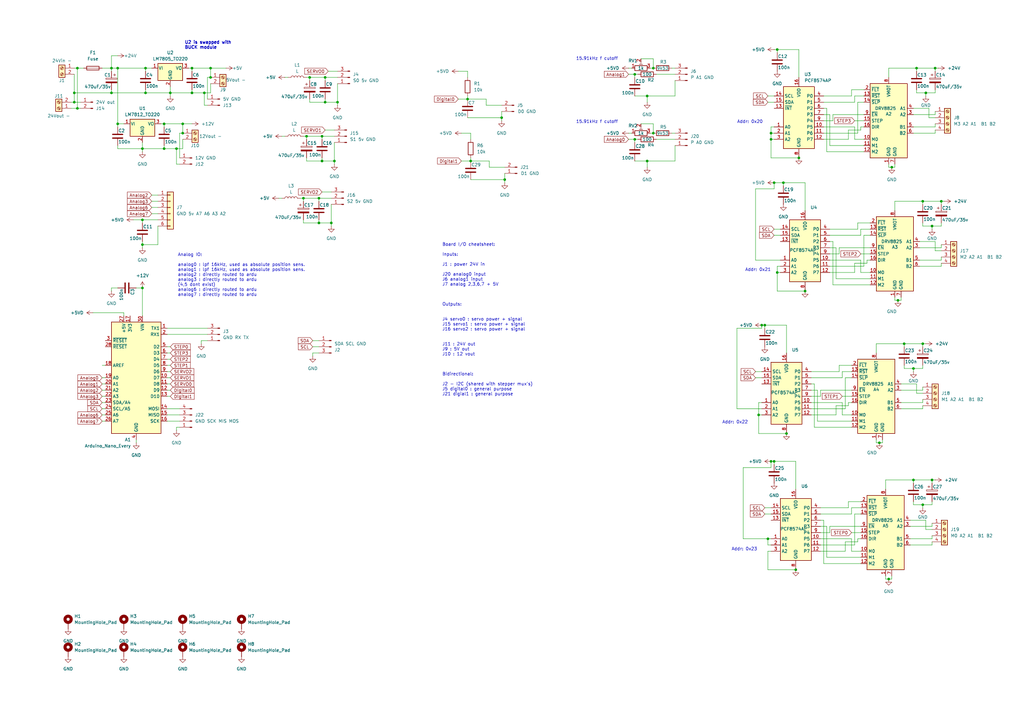
<source format=kicad_sch>
(kicad_sch (version 20250114) (generator "eeschema") (generator_version "9.0")
  (paper "A3")
  (text "15.91kHz f cutoff" (at 244.856 50.038 0) (effects (font (size 1.27 1.27))))
  (text "Addr: 0x22\n" (at 301.498 173.228 0) (effects (font (size 1.27 1.27))))
  (text "Board I/O cheatsheet:\n\nInputs:\n\nJ1 : power 24V in\n\nJ20 analog0 input\nJ6 analog1 input\nJ7 analog 2,3,6,7 + 5V\n\n\n\nOutputs:\n\n\nJ4 servo0 : servo power + signal\nJ15 servo1 : servo power + signal\nJ16 servo2 : servo power + signal\n\n\nJ11 : 24V out\nJ9 : 5V out \nJ10 : 12 vout\n\n\n\nBidirectional:\n\nJ2 - I2C (shared with stepper mux's)\nJ5 digital0 : general purpose\nJ21 digial1 : general purpose\n" (at 181.356 131.064 0) (effects (font (size 1.27 1.27)) (justify left)))
  (text "Addr: 0x23\n\n" (at 305.308 226.314 0) (effects (font (size 1.27 1.27))))
  (text "15.91kHz f cutoff" (at 244.856 24.13 0) (effects (font (size 1.27 1.27))))
  (text "Addr: 0x20" (at 307.594 50.038 0) (effects (font (size 1.27 1.27))))
  (text "U2 is swapped with \nBUCK module" (at 75.692 18.542 0) (effects (font (size 1.27 1.27) (thickness 0.254) (bold yes)) (justify left)))
  (text "Addr: 0x21" (at 310.896 110.744 0) (effects (font (size 1.27 1.27))))
  (text "Analog IO:\n\nanalog0 : lpf 16kHz, used as absolute position sens.\nanalog1 : lpf 16kHz, used as absolute position sens.\nanalog2 : directly routed to ardu\nanalog3 : directly routed to ardu\n(4,5 dont exist)\nanalog6 : directly routed to ardu\nanalog7 : directly routed to ardu" (at 72.898 112.776 0) (effects (font (size 1.27 1.27)) (justify left)))
  (junction (at 58.42 60.96))
  (junction (at 86.36 31.75))
  (junction (at 78.74 38.1))
  (junction (at 138.43 41.91))
  (junction (at 378.46 82.55))
  (junction (at 375.92 27.94))
  (junction (at 374.65 196.85))
  (junction (at 74.93 54.61))
  (junction (at 67.31 60.96))
  (junction (at 86.36 27.94))
  (junction (at 370.84 140.97))
  (junction (at 360.68 181.61))
  (junction (at 48.26 27.94))
  (junction (at 312.42 133.35))
  (junction (at 382.27 92.71))
  (junction (at 265.43 39.37))
  (junction (at 260.35 30.48))
  (junction (at 31.75 44.45))
  (junction (at 330.2 119.38))
  (junction (at 267.97 54.61))
  (junction (at 326.39 233.68))
  (junction (at 30.48 38.1))
  (junction (at 45.72 27.94))
  (junction (at 267.97 27.94))
  (junction (at 378.46 207.01))
  (junction (at 316.23 189.23))
  (junction (at 318.77 20.32))
  (junction (at 193.04 66.04))
  (junction (at 386.08 82.55))
  (junction (at 132.08 55.88))
  (junction (at 364.49 237.49))
  (junction (at 127 31.75))
  (junction (at 382.27 196.85))
  (junction (at 374.65 151.13))
  (junction (at 383.54 27.94))
  (junction (at 313.69 133.35))
  (junction (at 368.3 123.19))
  (junction (at 379.73 38.1))
  (junction (at 207.01 73.66))
  (junction (at 78.74 27.94))
  (junction (at 314.96 220.98))
  (junction (at 59.69 27.94))
  (junction (at 322.58 177.8))
  (junction (at 58.42 90.17))
  (junction (at 59.69 38.1))
  (junction (at 48.26 50.8))
  (junction (at 321.31 74.93))
  (junction (at 69.85 38.1))
  (junction (at 58.42 118.11))
  (junction (at 125.73 55.88))
  (junction (at 316.23 54.61))
  (junction (at 137.16 66.04))
  (junction (at 133.35 31.75))
  (junction (at 31.75 27.94))
  (junction (at 318.77 111.76))
  (junction (at 124.46 81.28))
  (junction (at 317.5 74.93))
  (junction (at 260.35 57.15))
  (junction (at 67.31 50.8))
  (junction (at 130.81 91.44))
  (junction (at 265.43 66.04))
  (junction (at 130.81 81.28))
  (junction (at 317.5 189.23))
  (junction (at 365.76 68.58))
  (junction (at 316.23 57.15))
  (junction (at 135.89 91.44))
  (junction (at 72.39 60.96))
  (junction (at 378.46 140.97))
  (junction (at 133.35 41.91))
  (junction (at 132.08 66.04))
  (junction (at 58.42 100.33))
  (junction (at 327.66 64.77))
  (junction (at 45.72 38.1))
  (junction (at 205.74 48.26))
  (junction (at 74.93 50.8))
  (junction (at 191.77 40.64))
  (junction (at 30.48 41.91))
  (junction (at 311.15 170.18))
  (junction (at 83.82 38.1))
  (wire (pts (xy 346.71 226.06) (xy 346.71 222.25)))
  (wire (pts (xy 316.23 57.15) (xy 316.23 54.61)))
  (wire (pts (xy 200.66 66.04) (xy 200.66 68.58)))
  (wire (pts (xy 30.48 41.91) (xy 33.02 41.91)))
  (wire (pts (xy 78.74 38.1) (xy 69.85 38.1)))
  (wire (pts (xy 207.01 71.12) (xy 207.01 73.66)))
  (wire (pts (xy 360.68 181.61) (xy 361.95 181.61)))
  (wire (pts (xy 321.31 76.2) (xy 321.31 74.93)))
  (wire (pts (xy 337.82 54.61) (xy 351.79 54.61)))
  (wire (pts (xy 378.46 83.82) (xy 378.46 82.55)))
  (wire (pts (xy 386.08 106.68) (xy 386.08 105.41)))
  (wire (pts (xy 50.8 128.27) (xy 50.8 129.54)))
  (wire (pts (xy 378.46 165.1) (xy 378.46 163.83)))
  (wire (pts (xy 379.73 213.36) (xy 379.73 217.17)))
  (wire (pts (xy 349.25 226.06) (xy 353.06 226.06)))
  (wire (pts (xy 370.84 151.13) (xy 370.84 149.86)))
  (wire (pts (xy 314.96 220.98) (xy 316.23 220.98)))
  (wire (pts (xy 378.46 160.02) (xy 378.46 158.75)))
  (wire (pts (xy 72.39 60.96) (xy 67.31 60.96)))
  (wire (pts (xy 78.74 27.94) (xy 78.74 29.21)))
  (wire (pts (xy 62.23 82.55) (xy 64.77 82.55)))
  (wire (pts (xy 266.7 27.94) (xy 267.97 27.94)))
  (wire (pts (xy 364.49 31.75) (xy 364.49 27.94)))
  (wire (pts (xy 359.41 144.78) (xy 359.41 140.97)))
  (wire (pts (xy 382.27 220.98) (xy 382.27 219.71)))
  (wire (pts (xy 45.72 36.83) (xy 45.72 38.1)))
  (wire (pts (xy 377.19 106.68) (xy 386.08 106.68)))
  (wire (pts (xy 68.58 134.62) (xy 85.09 134.62)))
  (wire (pts (xy 350.52 49.53) (xy 354.33 49.53)))
  (wire (pts (xy 382.27 223.52) (xy 382.27 222.25)))
  (wire (pts (xy 257.81 27.94) (xy 259.08 27.94)))
  (wire (pts (xy 340.36 106.68) (xy 353.06 106.68)))
  (wire (pts (xy 341.63 99.06) (xy 341.63 116.84)))
  (wire (pts (xy 355.6 107.95) (xy 355.6 106.68)))
  (wire (pts (xy 359.41 181.61) (xy 359.41 180.34)))
  (wire (pts (xy 316.23 54.61) (xy 316.23 52.07)))
  (wire (pts (xy 67.31 60.96) (xy 58.42 60.96)))
  (wire (pts (xy 347.98 205.74) (xy 353.06 205.74)))
  (wire (pts (xy 353.06 111.76) (xy 356.87 111.76)))
  (wire (pts (xy 341.63 116.84) (xy 356.87 116.84)))
  (wire (pts (xy 374.65 207.01) (xy 374.65 205.74)))
  (wire (pts (xy 124.46 81.28) (xy 124.46 82.55)))
  (wire (pts (xy 265.43 66.04) (xy 265.43 68.58)))
  (wire (pts (xy 138.43 41.91) (xy 138.43 43.18)))
  (wire (pts (xy 378.46 207.01) (xy 382.27 207.01)))
  (wire (pts (xy 375.92 161.29) (xy 378.46 161.29)))
  (wire (pts (xy 132.08 55.88) (xy 137.16 55.88)))
  (wire (pts (xy 59.69 36.83) (xy 59.69 38.1)))
  (wire (pts (xy 353.06 96.52) (xy 353.06 93.98)))
  (wire (pts (xy 383.54 99.06) (xy 383.54 102.87)))
  (wire (pts (xy 313.69 208.28) (xy 316.23 208.28)))
  (wire (pts (xy 127 40.64) (xy 127 41.91)))
  (wire (pts (xy 351.79 93.98) (xy 351.79 91.44)))
  (wire (pts (xy 342.9 170.18) (xy 342.9 166.37)))
  (wire (pts (xy 68.58 157.48) (xy 69.85 157.48)))
  (wire (pts (xy 330.2 119.38) (xy 318.77 119.38)))
  (wire (pts (xy 316.23 52.07) (xy 317.5 52.07)))
  (wire (pts (xy 187.96 40.64) (xy 191.77 40.64)))
  (wire (pts (xy 130.81 81.28) (xy 135.89 81.28)))
  (wire (pts (xy 353.06 93.98) (xy 356.87 93.98)))
  (wire (pts (xy 349.25 39.37) (xy 349.25 36.83)))
  (wire (pts (xy 373.38 220.98) (xy 382.27 220.98)))
  (wire (pts (xy 130.81 91.44) (xy 135.89 91.44)))
  (wire (pts (xy 31.75 27.94) (xy 34.29 27.94)))
  (wire (pts (xy 353.06 210.82) (xy 350.52 210.82)))
  (wire (pts (xy 386.08 82.55) (xy 387.35 82.55)))
  (wire (pts (xy 265.43 39.37) (xy 265.43 41.91)))
  (wire (pts (xy 275.59 27.94) (xy 276.86 27.94)))
  (wire (pts (xy 330.2 74.93) (xy 330.2 86.36)))
  (wire (pts (xy 374.65 151.13) (xy 378.46 151.13)))
  (wire (pts (xy 313.69 134.62) (xy 313.69 133.35)))
  (wire (pts (xy 205.74 45.72) (xy 205.74 48.26)))
  (wire (pts (xy 260.35 66.04) (xy 265.43 66.04)))
  (wire (pts (xy 55.88 118.11) (xy 58.42 118.11)))
  (wire (pts (xy 349.25 210.82) (xy 349.25 208.28)))
  (wire (pts (xy 316.23 57.15) (xy 317.5 57.15)))
  (wire (pts (xy 332.74 170.18) (xy 342.9 170.18)))
  (wire (pts (xy 344.17 152.4) (xy 344.17 149.86)))
  (wire (pts (xy 340.36 218.44) (xy 340.36 215.9)))
  (wire (pts (xy 269.24 57.15) (xy 276.86 57.15)))
  (wire (pts (xy 340.36 109.22) (xy 354.33 109.22)))
  (wire (pts (xy 41.91 27.94) (xy 45.72 27.94)))
  (wire (pts (xy 73.66 54.61) (xy 74.93 54.61)))
  (wire (pts (xy 353.06 106.68) (xy 353.06 111.76)))
  (wire (pts (xy 318.77 119.38) (xy 318.77 111.76)))
  (wire (pts (xy 375.92 27.94) (xy 383.54 27.94)))
  (wire (pts (xy 370.84 142.24) (xy 370.84 140.97)))
  (wire (pts (xy 127 31.75) (xy 127 33.02)))
  (wire (pts (xy 304.8 220.98) (xy 304.8 191.77)))
  (wire (pts (xy 205.74 48.26) (xy 205.74 49.53)))
  (wire (pts (xy 336.55 160.02) (xy 349.25 160.02)))
  (wire (pts (xy 336.55 215.9) (xy 339.09 215.9)))
  (wire (pts (xy 83.82 43.18) (xy 83.82 38.1)))
  (wire (pts (xy 351.79 220.98) (xy 353.06 220.98)))
  (wire (pts (xy 69.85 35.56) (xy 69.85 38.1)))
  (wire (pts (xy 383.54 29.21) (xy 383.54 27.94)))
  (wire (pts (xy 312.42 167.64) (xy 302.26 167.64)))
  (wire (pts (xy 378.46 142.24) (xy 378.46 140.97)))
  (wire (pts (xy 68.58 170.18) (xy 73.66 170.18)))
  (wire (pts (xy 351.79 91.44) (xy 356.87 91.44)))
  (wire (pts (xy 383.54 54.61) (xy 383.54 53.34)))
  (wire (pts (xy 349.25 154.94) (xy 346.71 154.94)))
  (wire (pts (xy 124.46 90.17) (xy 124.46 91.44)))
  (wire (pts (xy 200.66 68.58) (xy 207.01 68.58)))
  (wire (pts (xy 332.74 160.02) (xy 335.28 160.02)))
  (wire (pts (xy 340.36 96.52) (xy 353.06 96.52)))
  (wire (pts (xy 381 44.45) (xy 381 48.26)))
  (wire (pts (xy 337.82 46.99) (xy 340.36 46.99)))
  (wire (pts (xy 369.57 123.19) (xy 369.57 121.92)))
  (wire (pts (xy 67.31 59.69) (xy 67.31 60.96)))
  (wire (pts (xy 116.84 31.75) (xy 118.11 31.75)))
  (wire (pts (xy 370.84 140.97) (xy 378.46 140.97)))
  (wire (pts (xy 59.69 38.1) (xy 69.85 38.1)))
  (wire (pts (xy 354.33 96.52) (xy 354.33 109.22)))
  (wire (pts (xy 326.39 189.23) (xy 326.39 200.66)))
  (wire (pts (xy 364.49 68.58) (xy 364.49 67.31)))
  (wire (pts (xy 30.48 27.94) (xy 31.75 27.94)))
  (wire (pts (xy 386.08 92.71) (xy 386.08 91.44)))
  (wire (pts (xy 383.54 52.07) (xy 383.54 50.8)))
  (wire (pts (xy 340.36 101.6) (xy 342.9 101.6)))
  (wire (pts (xy 309.88 154.94) (xy 312.42 154.94)))
  (wire (pts (xy 342.9 166.37) (xy 347.98 166.37)))
  (wire (pts (xy 332.74 152.4) (xy 344.17 152.4)))
  (wire (pts (xy 336.55 213.36) (xy 337.82 213.36)))
  (wire (pts (xy 48.26 60.96) (xy 58.42 60.96)))
  (wire (pts (xy 363.22 196.85) (xy 374.65 196.85)))
  (wire (pts (xy 267.97 24.13) (xy 267.97 27.94)))
  (wire (pts (xy 350.52 52.07) (xy 350.52 57.15)))
  (wire (pts (xy 45.72 38.1) (xy 59.69 38.1)))
  (wire (pts (xy 189.23 66.04) (xy 193.04 66.04)))
  (wire (pts (xy 55.88 180.34) (xy 55.88 181.61)))
  (wire (pts (xy 350.52 39.37) (xy 354.33 39.37)))
  (wire (pts (xy 132.08 78.74) (xy 135.89 78.74)))
  (wire (pts (xy 339.09 44.45) (xy 339.09 62.23)))
  (wire (pts (xy 133.35 41.91) (xy 138.43 41.91)))
  (wire (pts (xy 367.03 86.36) (xy 367.03 82.55)))
  (wire (pts (xy 317.5 96.52) (xy 320.04 96.52)))
  (wire (pts (xy 364.49 27.94) (xy 375.92 27.94)))
  (wire (pts (xy 260.35 57.15) (xy 257.81 57.15)))
  (wire (pts (xy 332.74 167.64) (xy 346.71 167.64)))
  (wire (pts (xy 72.39 176.53) (xy 72.39 175.26)))
  (wire (pts (xy 334.01 157.48) (xy 334.01 175.26)))
  (wire (pts (xy 74.93 60.96) (xy 72.39 60.96)))
  (wire (pts (xy 382.27 92.71) (xy 386.08 92.71)))
  (wire (pts (xy 341.63 49.53) (xy 341.63 46.99)))
  (wire (pts (xy 347.98 208.28) (xy 347.98 205.74)))
  (wire (pts (xy 45.72 118.11) (xy 48.26 118.11)))
  (wire (pts (xy 383.54 102.87) (xy 386.08 102.87)))
  (wire (pts (xy 347.98 165.1) (xy 349.25 165.1)))
  (wire (pts (xy 349.25 208.28) (xy 353.06 208.28)))
  (wire (pts (xy 312.42 134.62) (xy 312.42 133.35)))
  (wire (pts (xy 382.27 92.71) (xy 378.46 92.71)))
  (wire (pts (xy 48.26 27.94) (xy 59.69 27.94)))
  (wire (pts (xy 382.27 93.98) (xy 382.27 92.71)))
  (wire (pts (xy 45.72 22.86) (xy 45.72 27.94)))
  (wire (pts (xy 369.57 165.1) (xy 378.46 165.1)))
  (wire (pts (xy 137.16 58.42) (xy 137.16 66.04)))
  (wire (pts (xy 375.92 157.48) (xy 375.92 161.29)))
  (wire (pts (xy 317.5 93.98) (xy 320.04 93.98)))
  (wire (pts (xy 123.19 81.28) (xy 124.46 81.28)))
  (wire (pts (xy 191.77 40.64) (xy 199.39 40.64)))
  (wire (pts (xy 332.74 162.56) (xy 336.55 162.56)))
  (wire (pts (xy 74.93 57.15) (xy 74.93 60.96)))
  (wire (pts (xy 62.23 87.63) (xy 64.77 87.63)))
  (wire (pts (xy 336.55 210.82) (xy 349.25 210.82)))
  (wire (pts (xy 365.76 68.58) (xy 367.03 68.58)))
  (wire (pts (xy 374.65 52.07) (xy 383.54 52.07)))
  (wire (pts (xy 349.25 218.44) (xy 353.06 218.44)))
  (wire (pts (xy 193.04 73.66) (xy 207.01 73.66)))
  (wire (pts (xy 342.9 114.3) (xy 356.87 114.3)))
  (wire (pts (xy 48.26 22.86) (xy 45.72 22.86)))
  (wire (pts (xy 29.21 44.45) (xy 31.75 44.45)))
  (wire (pts (xy 59.69 27.94) (xy 62.23 27.94)))
  (wire (pts (xy 316.23 64.77) (xy 316.23 57.15)))
  (wire (pts (xy 48.26 59.69) (xy 48.26 60.96)))
  (wire (pts (xy 327.66 64.77) (xy 316.23 64.77)))
  (wire (pts (xy 62.23 85.09) (xy 64.77 85.09)))
  (wire (pts (xy 312.42 133.35) (xy 313.69 133.35)))
  (wire (pts (xy 309.88 77.47) (xy 317.5 77.47)))
  (wire (pts (xy 54.61 90.17) (xy 58.42 90.17)))
  (wire (pts (xy 31.75 44.45) (xy 33.02 44.45)))
  (wire (pts (xy 68.58 149.86) (xy 69.85 149.86)))
  (wire (pts (xy 365.76 68.58) (xy 364.49 68.58)))
  (wire (pts (xy 82.55 140.97) (xy 82.55 139.7)))
  (wire (pts (xy 356.87 96.52) (xy 354.33 96.52)))
  (wire (pts (xy 337.82 39.37) (xy 349.25 39.37)))
  (wire (pts (xy 383.54 27.94) (xy 384.81 27.94)))
  (wire (pts (xy 378.46 151.13) (xy 378.46 149.86)))
  (wire (pts (xy 83.82 38.1) (xy 78.74 38.1)))
  (wire (pts (xy 368.3 123.19) (xy 369.57 123.19)))
  (wire (pts (xy 336.55 226.06) (xy 346.71 226.06)))
  (wire (pts (xy 58.42 90.17) (xy 64.77 90.17)))
  (wire (pts (xy 67.31 50.8) (xy 67.31 52.07)))
  (wire (pts (xy 374.65 151.13) (xy 370.84 151.13)))
  (wire (pts (xy 69.85 142.24) (xy 68.58 142.24)))
  (wire (pts (xy 199.39 40.64) (xy 199.39 43.18)))
  (wire (pts (xy 318.77 111.76) (xy 320.04 111.76)))
  (wire (pts (xy 72.39 67.31) (xy 72.39 60.96)))
  (wire (pts (xy 207.01 73.66) (xy 207.01 74.93)))
  (wire (pts (xy 191.77 39.37) (xy 191.77 40.64)))
  (wire (pts (xy 353.06 53.34) (xy 353.06 52.07)))
  (wire (pts (xy 130.81 90.17) (xy 130.81 91.44)))
  (wire (pts (xy 317.5 189.23) (xy 326.39 189.23)))
  (wire (pts (xy 337.82 57.15) (xy 347.98 57.15)))
  (wire (pts (xy 262.89 24.13) (xy 267.97 24.13)))
  (wire (pts (xy 311.15 165.1) (xy 311.15 170.18)))
  (wire (pts (xy 378.46 82.55) (xy 386.08 82.55)))
  (wire (pts (xy 317.5 77.47) (xy 317.5 74.93)))
  (wire (pts (xy 336.55 208.28) (xy 347.98 208.28)))
  (wire (pts (xy 337.82 49.53) (xy 341.63 49.53)))
  (wire (pts (xy 337.82 231.14) (xy 353.06 231.14)))
  (wire (pts (xy 340.36 215.9) (xy 353.06 215.9)))
  (wire (pts (xy 261.62 57.15) (xy 260.35 57.15)))
  (wire (pts (xy 41.91 160.02) (xy 43.18 160.02)))
  (wire (pts (xy 377.19 109.22) (xy 386.08 109.22)))
  (wire (pts (xy 85.09 40.64) (xy 85.09 31.75)))
  (wire (pts (xy 66.04 50.8) (xy 67.31 50.8)))
  (wire (pts (xy 125.73 55.88) (xy 125.73 57.15)))
  (wire (pts (xy 378.46 92.71) (xy 378.46 91.44)))
  (wire (pts (xy 326.39 233.68) (xy 314.96 233.68)))
  (wire (pts (xy 345.44 170.18) (xy 349.25 170.18)))
  (wire (pts (xy 59.69 27.94) (xy 59.69 29.21)))
  (wire (pts (xy 275.59 54.61) (xy 276.86 54.61)))
  (wire (pts (xy 373.38 223.52) (xy 382.27 223.52)))
  (wire (pts (xy 367.03 123.19) (xy 367.03 121.92)))
  (wire (pts (xy 313.69 133.35) (xy 322.58 133.35)))
  (wire (pts (xy 316.23 189.23) (xy 317.5 189.23)))
  (wire (pts (xy 62.23 80.01) (xy 64.77 80.01)))
  (wire (pts (xy 367.03 68.58) (xy 367.03 67.31)))
  (wire (pts (xy 316.23 54.61) (xy 317.5 54.61)))
  (wire (pts (xy 339.09 228.6) (xy 353.06 228.6)))
  (wire (pts (xy 135.89 91.44) (xy 135.89 92.71)))
  (wire (pts (xy 311.15 165.1) (xy 312.42 165.1)))
  (wire (pts (xy 375.92 38.1) (xy 375.92 36.83)))
  (wire (pts (xy 133.35 40.64) (xy 133.35 41.91)))
  (wire (pts (xy 68.58 160.02) (xy 69.85 160.02)))
  (wire (pts (xy 318.77 21.59) (xy 318.77 20.32)))
  (wire (pts (xy 359.41 140.97) (xy 370.84 140.97)))
  (wire (pts (xy 382.27 198.12) (xy 382.27 196.85)))
  (wire (pts (xy 374.65 44.45) (xy 381 44.45)))
  (wire (pts (xy 374.65 196.85) (xy 382.27 196.85)))
  (wire (pts (xy 128.27 142.24) (xy 130.81 142.24)))
  (wire (pts (xy 314.96 223.52) (xy 314.96 220.98)))
  (wire (pts (xy 58.42 100.33) (xy 58.42 101.6)))
  (wire (pts (xy 41.91 165.1) (xy 43.18 165.1)))
  (wire (pts (xy 345.44 152.4) (xy 349.25 152.4)))
  (wire (pts (xy 133.35 53.34) (xy 137.16 53.34)))
  (wire (pts (xy 48.26 27.94) (xy 48.26 50.8)))
  (wire (pts (xy 386.08 101.6) (xy 386.08 100.33)))
  (wire (pts (xy 382.27 207.01) (xy 382.27 205.74)))
  (wire (pts (xy 335.28 160.02) (xy 335.28 172.72)))
  (wire (pts (xy 68.58 152.4) (xy 69.85 152.4)))
  (wire (pts (xy 85.09 43.18) (xy 83.82 43.18)))
  (wire (pts (xy 363.22 200.66) (xy 363.22 196.85)))
  (wire (pts (xy 302.26 134.62) (xy 312.42 134.62)))
  (wire (pts (xy 261.62 30.48) (xy 260.35 30.48)))
  (wire (pts (xy 41.91 167.64) (xy 43.18 167.64)))
  (wire (pts (xy 332.74 157.48) (xy 334.01 157.48)))
  (wire (pts (xy 311.15 170.18) (xy 312.42 170.18)))
  (wire (pts (xy 132.08 66.04) (xy 137.16 66.04)))
  (wire (pts (xy 45.72 27.94) (xy 45.72 29.21)))
  (wire (pts (xy 68.58 137.16) (xy 85.09 137.16)))
  (wire (pts (xy 373.38 215.9) (xy 382.27 215.9)))
  (wire (pts (xy 193.04 64.77) (xy 193.04 66.04)))
  (wire (pts (xy 86.36 34.29) (xy 86.36 38.1)))
  (wire (pts (xy 340.36 93.98) (xy 351.79 93.98)))
  (wire (pts (xy 125.73 31.75) (xy 127 31.75)))
  (wire (pts (xy 375.92 29.21) (xy 375.92 27.94)))
  (wire (pts (xy 72.39 175.26) (xy 73.66 175.26)))
  (wire (pts (xy 30.48 30.48) (xy 30.48 38.1)))
  (wire (pts (xy 322.58 133.35) (xy 322.58 144.78)))
  (wire (pts (xy 58.42 100.33) (xy 64.77 100.33)))
  (wire (pts (xy 124.46 81.28) (xy 130.81 81.28)))
  (wire (pts (xy 128.27 144.78) (xy 130.81 144.78)))
  (wire (pts (xy 269.24 30.48) (xy 276.86 30.48)))
  (wire (pts (xy 132.08 64.77) (xy 132.08 66.04)))
  (wire (pts (xy 345.44 154.94) (xy 345.44 152.4)))
  (wire (pts (xy 318.77 109.22) (xy 320.04 109.22)))
  (wire (pts (xy 347.98 166.37) (xy 347.98 165.1)))
  (wire (pts (xy 317.5 20.32) (xy 318.77 20.32)))
  (wire (pts (xy 29.21 41.91) (xy 30.48 41.91)))
  (wire (pts (xy 382.27 196.85) (xy 383.54 196.85)))
  (wire (pts (xy 86.36 38.1) (xy 83.82 38.1)))
  (wire (pts (xy 114.3 81.28) (xy 115.57 81.28)))
  (wire (pts (xy 74.93 50.8) (xy 78.74 50.8)))
  (wire (pts (xy 302.26 167.64) (xy 302.26 134.62)))
  (wire (pts (xy 339.09 62.23) (xy 354.33 62.23)))
  (wire (pts (xy 340.36 104.14) (xy 344.17 104.14)))
  (wire (pts (xy 337.82 213.36) (xy 337.82 231.14)))
  (wire (pts (xy 314.96 233.68) (xy 314.96 226.06)))
  (wire (pts (xy 30.48 38.1) (xy 45.72 38.1)))
  (wire (pts (xy 262.89 50.8) (xy 267.97 50.8)))
  (wire (pts (xy 78.74 36.83) (xy 78.74 38.1)))
  (wire (pts (xy 309.88 106.68) (xy 320.04 106.68)))
  (wire (pts (xy 351.79 41.91) (xy 351.79 54.61)))
  (wire (pts (xy 347.98 53.34) (xy 353.06 53.34)))
  (wire (pts (xy 309.88 152.4) (xy 312.42 152.4)))
  (wire (pts (xy 58.42 118.11) (xy 58.42 129.54)))
  (wire (pts (xy 350.52 41.91) (xy 350.52 39.37)))
  (wire (pts (xy 68.58 162.56) (xy 69.85 162.56)))
  (wire (pts (xy 322.58 177.8) (xy 311.15 177.8)))
  (wire (pts (xy 77.47 27.94) (xy 78.74 27.94)))
  (wire (pts (xy 339.09 215.9) (xy 339.09 228.6)))
  (wire (pts (xy 341.63 46.99) (xy 354.33 46.99)))
  (wire (pts (xy 350.52 107.95) (xy 355.6 107.95)))
  (wire (pts (xy 260.35 30.48) (xy 257.81 30.48)))
  (wire (pts (xy 386.08 109.22) (xy 386.08 107.95)))
  (wire (pts (xy 365.76 237.49) (xy 365.76 236.22)))
  (wire (pts (xy 318.77 111.76) (xy 318.77 109.22)))
  (wire (pts (xy 342.9 101.6) (xy 342.9 114.3)))
  (wire (pts (xy 336.55 223.52) (xy 350.52 223.52)))
  (wire (pts (xy 350.52 111.76) (xy 350.52 107.95)))
  (wire (pts (xy 58.42 60.96) (xy 58.42 62.23)))
  (wire (pts (xy 187.96 29.21) (xy 191.77 29.21)))
  (wire (pts (xy 345.44 165.1) (xy 345.44 170.18)))
  (wire (pts (xy 134.62 29.21) (xy 138.43 29.21)))
  (wire (pts (xy 314.96 39.37) (xy 317.5 39.37)))
  (wire (pts (xy 369.57 160.02) (xy 378.46 160.02)))
  (wire (pts (xy 340.36 46.99) (xy 340.36 59.69)))
  (wire (pts (xy 340.36 59.69) (xy 354.33 59.69)))
  (wire (pts (xy 374.65 198.12) (xy 374.65 196.85)))
  (wire (pts (xy 115.57 55.88) (xy 116.84 55.88)))
  (wire (pts (xy 31.75 27.94) (xy 31.75 44.45)))
  (wire (pts (xy 128.27 146.05) (xy 128.27 144.78)))
  (wire (pts (xy 85.09 31.75) (xy 86.36 31.75)))
  (wire (pts (xy 68.58 154.94) (xy 69.85 154.94)))
  (wire (pts (xy 382.27 215.9) (xy 382.27 214.63)))
  (wire (pts (xy 314.96 226.06) (xy 316.23 226.06)))
  (wire (pts (xy 373.38 213.36) (xy 379.73 213.36)))
  (wire (pts (xy 336.55 220.98) (xy 349.25 220.98)))
  (wire (pts (xy 86.36 27.94) (xy 86.36 31.75)))
  (wire (pts (xy 64.77 100.33) (xy 64.77 92.71)))
  (wire (pts (xy 314.96 41.91) (xy 317.5 41.91)))
  (wire (pts (xy 378.46 207.01) (xy 374.65 207.01)))
  (wire (pts (xy 260.35 30.48) (xy 260.35 31.75)))
  (wire (pts (xy 128.27 139.7) (xy 130.81 139.7)))
  (wire (pts (xy 321.31 74.93) (xy 330.2 74.93)))
  (wire (pts (xy 41.91 149.86) (xy 43.18 149.86)))
  (wire (pts (xy 127 31.75) (xy 133.35 31.75)))
  (wire (pts (xy 41.91 170.18) (xy 43.18 170.18)))
  (wire (pts (xy 344.17 101.6) (xy 356.87 101.6)))
  (wire (pts (xy 189.23 54.61) (xy 193.04 54.61)))
  (wire (pts (xy 353.06 104.14) (xy 356.87 104.14)))
  (wire (pts (xy 309.88 106.68) (xy 309.88 77.47)))
  (wire (pts (xy 199.39 43.18) (xy 205.74 43.18)))
  (wire (pts (xy 378.46 167.64) (xy 378.46 166.37)))
  (wire (pts (xy 317.5 190.5) (xy 317.5 189.23)))
  (wire (pts (xy 336.55 162.56) (xy 336.55 160.02)))
  (wire (pts (xy 45.72 119.38) (xy 45.72 118.11)))
  (wire (pts (xy 349.25 36.83) (xy 354.33 36.83)))
  (wire (pts (xy 125.73 66.04) (xy 132.08 66.04)))
  (wire (pts (xy 68.58 147.32) (xy 69.85 147.32)))
  (wire (pts (xy 48.26 50.8) (xy 48.26 52.07)))
  (wire (pts (xy 351.79 222.25) (xy 351.79 220.98)))
  (wire (pts (xy 379.73 217.17) (xy 382.27 217.17)))
  (wire (pts (xy 340.36 111.76) (xy 350.52 111.76)))
  (wire (pts (xy 41.91 162.56) (xy 43.18 162.56)))
  (wire (pts (xy 67.31 50.8) (xy 74.93 50.8)))
  (wire (pts (xy 41.91 154.94) (xy 43.18 154.94)))
  (wire (pts (xy 361.95 181.61) (xy 361.95 180.34)))
  (wire (pts (xy 318.77 20.32) (xy 327.66 20.32)))
  (wire (pts (xy 30.48 38.1) (xy 30.48 41.91)))
  (wire (pts (xy 135.89 83.82) (xy 135.89 91.44)))
  (wire (pts (xy 276.86 66.04) (xy 276.86 59.69)))
  (wire (pts (xy 345.44 162.56) (xy 349.25 162.56)))
  (wire (pts (xy 332.74 154.94) (xy 345.44 154.94)))
  (wire (pts (xy 69.85 38.1) (xy 69.85 39.37)))
  (wire (pts (xy 360.68 181.61) (xy 359.41 181.61)))
  (wire (pts (xy 353.06 52.07) (xy 354.33 52.07)))
  (wire (pts (xy 379.73 38.1) (xy 383.54 38.1)))
  (wire (pts (xy 374.65 46.99) (xy 383.54 46.99)))
  (wire (pts (xy 335.28 172.72) (xy 349.25 172.72)))
  (wire (pts (xy 381 48.26) (xy 383.54 48.26)))
  (wire (pts (xy 340.36 99.06) (xy 341.63 99.06)))
  (wire (pts (xy 266.7 54.61) (xy 267.97 54.61)))
  (wire (pts (xy 127 41.91) (xy 133.35 41.91)))
  (wire (pts (xy 130.81 81.28) (xy 130.81 82.55)))
  (wire (pts (xy 58.42 58.42) (xy 58.42 60.96)))
  (wire (pts (xy 276.86 39.37) (xy 276.86 33.02)))
  (wire (pts (xy 337.82 41.91) (xy 350.52 41.91)))
  (wire (pts (xy 344.17 149.86) (xy 349.25 149.86)))
  (wire (pts (xy 68.58 144.78) (xy 69.85 144.78)))
  (wire (pts (xy 124.46 91.44) (xy 130.81 91.44)))
  (wire (pts (xy 344.17 104.14) (xy 344.17 101.6)))
  (wire (pts (xy 193.04 66.04) (xy 200.66 66.04)))
  (wire (pts (xy 379.73 38.1) (xy 375.92 38.1)))
  (wire (pts (xy 133.35 31.75) (xy 133.35 33.02)))
  (wire (pts (xy 82.55 139.7) (xy 85.09 139.7)))
  (wire (pts (xy 125.73 55.88) (xy 132.08 55.88)))
  (wire (pts (xy 354.33 41.91) (xy 351.79 41.91)))
  (wire (pts (xy 369.57 157.48) (xy 375.92 157.48)))
  (wire (pts (xy 334.01 175.26) (xy 349.25 175.26)))
  (wire (pts (xy 346.71 222.25) (xy 351.79 222.25)))
  (wire (pts (xy 363.22 237.49) (xy 363.22 236.22)))
  (wire (pts (xy 383.54 38.1) (xy 383.54 36.83)))
  (wire (pts (xy 350.52 210.82) (xy 350.52 223.52)))
  (wire (pts (xy 48.26 50.8) (xy 50.8 50.8)))
  (wire (pts (xy 314.96 223.52) (xy 316.23 223.52)))
  (wire (pts (xy 367.03 82.55) (xy 378.46 82.55)))
  (wire (pts (xy 132.08 55.88) (xy 132.08 57.15)))
  (wire (pts (xy 350.52 57.15) (xy 354.33 57.15)))
  (wire (pts (xy 265.43 66.04) (xy 276.86 66.04)))
  (wire (pts (xy 316.23 191.77) (xy 316.23 189.23)))
  (wire (pts (xy 327.66 20.32) (xy 327.66 31.75)))
  (wire (pts (xy 378.46 208.28) (xy 378.46 207.01)))
  (wire (pts (xy 124.46 55.88) (xy 125.73 55.88)))
  (wire (pts (xy 364.49 237.49) (xy 365.76 237.49)))
  (wire (pts (xy 191.77 29.21) (xy 191.77 31.75)))
  (wire (pts (xy 313.69 210.82) (xy 316.23 210.82)))
  (wire (pts (xy 74.93 50.8) (xy 74.93 54.61)))
  (wire (pts (xy 355.6 106.68) (xy 356.87 106.68)))
  (wire (pts (xy 58.42 90.17) (xy 58.42 91.44)))
  (wire (pts (xy 346.71 154.94) (xy 346.71 167.64)))
  (wire (pts (xy 336.55 218.44) (xy 340.36 218.44)))
  (wire (pts (xy 304.8 191.77) (xy 316.23 191.77)))
  (wire (pts (xy 191.77 48.26) (xy 205.74 48.26)))
  (wire (pts (xy 347.98 57.15) (xy 347.98 53.34)))
  (wire (pts (xy 45.72 27.94) (xy 48.26 27.94)))
  (wire (pts (xy 378.46 140.97) (xy 379.73 140.97)))
  (wire (pts (xy 73.66 64.77) (xy 73.66 54.61)))
  (wire (pts (xy 311.15 177.8) (xy 311.15 170.18)))
  (wire (pts (xy 133.35 31.75) (xy 138.43 31.75)))
  (wire (pts (xy 86.36 27.94) (xy 92.71 27.94)))
  (wire (pts (xy 58.42 99.06) (xy 58.42 100.33)))
  (wire (pts (xy 260.35 57.15) (xy 260.35 58.42)))
  (wire (pts (xy 68.58 167.64) (xy 73.66 167.64)))
  (wire (pts (xy 267.97 50.8) (xy 267.97 54.61)))
  (wire (pts (xy 374.65 152.4) (xy 374.65 151.13)))
  (wire (pts (xy 332.74 165.1) (xy 345.44 165.1)))
  (wire (pts (xy 377.19 101.6) (xy 386.08 101.6)))
  (wire (pts (xy 337.82 44.45) (xy 339.09 44.45)))
  (wire (pts (xy 41.91 157.48) (xy 43.18 157.48)))
  (wire (pts (xy 68.58 172.72) (xy 73.66 172.72)))
  (wire (pts (xy 379.73 39.37) (xy 379.73 38.1)))
  (wire (pts (xy 386.08 83.82) (xy 386.08 82.55)))
  (wire (pts (xy 374.65 54.61) (xy 383.54 54.61)))
  (wire (pts (xy 265.43 39.37) (xy 276.86 39.37)))
  (wire (pts (xy 138.43 34.29) (xy 138.43 41.91)))
  (wire (pts (xy 41.91 172.72) (xy 43.18 172.72)))
  (wire (pts (xy 314.96 220.98) (xy 304.8 220.98)))
  (wire (pts (xy 377.19 99.06) (xy 383.54 99.06)))
  (wire (pts (xy 349.25 220.98) (xy 349.25 226.06)))
  (wire (pts (xy 260.35 39.37) (xy 265.43 39.37)))
  (wire (pts (xy 78.74 27.94) (xy 86.36 27.94)))
  (wire (pts (xy 193.04 54.61) (xy 193.04 57.15)))
  (wire (pts (xy 38.1 128.27) (xy 50.8 128.27)))
  (wire (pts (xy 337.82 52.07) (xy 350.52 52.07)))
  (wire (pts (xy 368.3 123.19) (xy 367.03 123.19)))
  (wire (pts (xy 364.49 237.49) (xy 363.22 237.49)))
  (wire (pts (xy 73.66 67.31) (xy 72.39 67.31)))
  (wire (pts (xy 317.5 74.93) (xy 321.31 74.93)))
  (wire (pts (xy 125.73 64.77) (xy 125.73 66.04)))
  (wire (pts (xy 137.16 66.04) (xy 137.16 67.31)))
  (wire (pts (xy 257.81 54.61) (xy 259.08 54.61)))
  (wire (pts (xy 383.54 46.99) (xy 383.54 45.72)))
  (wire (pts (xy 369.57 167.64) (xy 378.46 167.64)))
  (global_label "SERVO2" (shape input) (at 132.08 78.74 180) (property "Intersheetrefs" "${INTERSHEET_REFS}" (effects (hide yes))))
  (global_label "STEP0" (shape input) (at 349.25 218.44 180) (property "Intersheetrefs" "${INTERSHEET_REFS}" (effects (hide yes))))
  (global_label "Analog2" (shape input) (at 62.23 80.01 180) (property "Intersheetrefs" "${INTERSHEET_REFS}" (effects (hide yes))))
  (global_label "SERVO0" (shape input) (at 69.85 157.48 0) (property "Intersheetrefs" "${INTERSHEET_REFS}" (effects (hide yes))))
  (global_label "SDA" (shape input) (at 317.5 96.52 180) (property "Intersheetrefs" "${INTERSHEET_REFS}" (effects (hide yes))))
  (global_label "SCL" (shape input) (at 309.88 152.4 180) (property "Intersheetrefs" "${INTERSHEET_REFS}" (effects (hide yes))))
  (global_label "SCL" (shape input) (at 314.96 39.37 180) (property "Intersheetrefs" "${INTERSHEET_REFS}" (effects (hide yes))))
  (global_label "STEP3" (shape input) (at 69.85 144.78 0) (property "Intersheetrefs" "${INTERSHEET_REFS}" (effects (hide yes))))
  (global_label "STEP0" (shape input) (at 69.85 142.24 0) (property "Intersheetrefs" "${INTERSHEET_REFS}" (effects (hide yes))))
  (global_label "SERVO2" (shape input) (at 69.85 152.4 0) (property "Intersheetrefs" "${INTERSHEET_REFS}" (effects (hide yes))))
  (global_label "SERVO1" (shape input) (at 133.35 53.34 180) (property "Intersheetrefs" "${INTERSHEET_REFS}" (effects (hide yes))))
  (global_label "Analog7" (shape input) (at 62.23 87.63 180) (property "Intersheetrefs" "${INTERSHEET_REFS}" (effects (hide yes))))
  (global_label "Analog1" (shape input) (at 41.91 157.48 180) (property "Intersheetrefs" "${INTERSHEET_REFS}" (effects (hide yes))))
  (global_label "Analog2" (shape input) (at 41.91 160.02 180) (property "Intersheetrefs" "${INTERSHEET_REFS}" (effects (hide yes))))
  (global_label "STEP3" (shape input) (at 350.52 49.53 180) (property "Intersheetrefs" "${INTERSHEET_REFS}" (effects (hide yes))))
  (global_label "SERVO1" (shape input) (at 69.85 154.94 0) (property "Intersheetrefs" "${INTERSHEET_REFS}" (effects (hide yes))))
  (global_label "Analog3" (shape input) (at 62.23 82.55 180) (property "Intersheetrefs" "${INTERSHEET_REFS}" (effects (hide yes))))
  (global_label "Digital0" (shape input) (at 69.85 160.02 0) (property "Intersheetrefs" "${INTERSHEET_REFS}" (effects (hide yes))))
  (global_label "SCL" (shape input) (at 41.91 167.64 180) (property "Intersheetrefs" "${INTERSHEET_REFS}" (effects (hide yes))))
  (global_label "Analog7" (shape input) (at 41.91 172.72 180) (property "Intersheetrefs" "${INTERSHEET_REFS}" (effects (hide yes))))
  (global_label "Digital0" (shape input) (at 187.96 40.64 180) (property "Intersheetrefs" "${INTERSHEET_REFS}" (effects (hide yes))))
  (global_label "Digital1" (shape input) (at 189.23 66.04 180) (property "Intersheetrefs" "${INTERSHEET_REFS}" (effects (hide yes))))
  (global_label "SDA" (shape input) (at 309.88 154.94 180) (property "Intersheetrefs" "${INTERSHEET_REFS}" (effects (hide yes))))
  (global_label "Analog1" (shape input) (at 257.81 30.48 180) (property "Intersheetrefs" "${INTERSHEET_REFS}" (effects (hide yes))))
  (global_label "SERVO0" (shape input) (at 134.62 29.21 180) (property "Intersheetrefs" "${INTERSHEET_REFS}" (effects (hide yes))))
  (global_label "SDA" (shape input) (at 314.96 41.91 180) (property "Intersheetrefs" "${INTERSHEET_REFS}" (effects (hide yes))))
  (global_label "STEP2" (shape input) (at 353.06 104.14 180) (property "Intersheetrefs" "${INTERSHEET_REFS}" (effects (hide yes))))
  (global_label "SCL" (shape input) (at 128.27 142.24 180) (property "Intersheetrefs" "${INTERSHEET_REFS}" (effects (hide yes))))
  (global_label "SDA" (shape input) (at 41.91 165.1 180) (property "Intersheetrefs" "${INTERSHEET_REFS}" (effects (hide yes))))
  (global_label "SCL" (shape input) (at 313.69 208.28 180) (property "Intersheetrefs" "${INTERSHEET_REFS}" (effects (hide yes))))
  (global_label "Analog0" (shape input) (at 41.91 154.94 180) (property "Intersheetrefs" "${INTERSHEET_REFS}" (effects (hide yes))))
  (global_label "Analog6" (shape input) (at 41.91 170.18 180) (property "Intersheetrefs" "${INTERSHEET_REFS}" (effects (hide yes))))
  (global_label "STEP1" (shape input) (at 69.85 149.86 0) (property "Intersheetrefs" "${INTERSHEET_REFS}" (effects (hide yes))))
  (global_label "SDA" (shape input) (at 128.27 139.7 180) (property "Intersheetrefs" "${INTERSHEET_REFS}" (effects (hide yes))))
  (global_label "Analog0" (shape input) (at 257.81 57.15 180) (property "Intersheetrefs" "${INTERSHEET_REFS}" (effects (hide yes))))
  (global_label "Digital1" (shape input) (at 69.85 162.56 0) (property "Intersheetrefs" "${INTERSHEET_REFS}" (effects (hide yes))))
  (global_label "STEP1" (shape input) (at 345.44 162.56 180) (property "Intersheetrefs" "${INTERSHEET_REFS}" (effects (hide yes))))
  (global_label "SDA" (shape input) (at 313.69 210.82 180) (property "Intersheetrefs" "${INTERSHEET_REFS}" (effects (hide yes))))
  (global_label "SCL" (shape input) (at 317.5 93.98 180) (property "Intersheetrefs" "${INTERSHEET_REFS}" (effects (hide yes))))
  (global_label "STEP2" (shape input) (at 69.85 147.32 0) (property "Intersheetrefs" "${INTERSHEET_REFS}" (effects (hide yes))))
  (global_label "Analog6" (shape input) (at 62.23 85.09 180) (property "Intersheetrefs" "${INTERSHEET_REFS}" (effects (hide yes))))
  (global_label "Analog3" (shape input) (at 41.91 162.56 180) (property "Intersheetrefs" "${INTERSHEET_REFS}" (effects (hide yes))))
  (symbol (lib_id "power:GND") (at 207.01 74.93 0) (unit 1)
    (property "Reference" "#PWR055" (effects (hide yes)))
    (property "Value" "GND" (at 207.01 80.01 0))
    (property "Description" "Power symbol creates a global label with name \"GND\" , ground" (effects (hide yes)))
  )
  (symbol (lib_id "Connector:Conn_01x02_Pin") (at 210.82 45.72 180) (unit 1)
    (property "Reference" "J5" (at 212.09 43.1799 0) (effects (justify right)))
    (property "Value" "D0 GND" (at 212.344 45.72 0) (effects (justify right)))
    (property "Footprint" "Connector_PinHeader_2.54mm:PinHeader_1x02_P2.54mm_Vertical" (effects (hide yes)))
    (property "Description" "Generic connector, single row, 01x02, script generated" (effects (hide yes)))
  )
  (symbol (lib_id "Connector:Screw_Terminal_01x04") (at 383.54 161.29 0) (unit 1)
    (property "Reference" "J18" (at 386.08 161.2899 0) (effects (justify left)))
    (property "Value" "M1 A2 A1  B1 B2" (at 386.08 163.8299 0) (effects (justify left)))
    (property "Footprint" "TerminalBlock_Phoenix:TerminalBlock_Phoenix_MKDS-1,5-4-5.08_1x04_P5.08mm_Horizontal" (effects (hide yes)))
    (property "Description" "Generic screw terminal, single row, 01x04, script generated (kicad-library-utils/schlib/autogen/connector/)" (effects (hide yes)))
  )
  (symbol (lib_id "power:+5VD") (at 257.81 27.94 90) (unit 1)
    (property "Reference" "#PWR013" (effects (hide yes)))
    (property "Value" "+5VD" (at 254 27.9399 90) (effects (justify left)))
    (property "Description" "Power symbol creates a global label with name \"+5VD\"" (effects (hide yes)))
  )
  (symbol (lib_id "Device:C") (at 317.5 194.31 0) (unit 1)
    (property "Reference" "C25" (at 317.754 192.024 0) (effects (justify left)))
    (property "Value" "100n" (at 317.754 196.596 0) (effects (justify left)))
    (property "Footprint" "Capacitor_SMD:C_1206_3216Metric_Pad1.33x1.80mm_HandSolder" (effects (hide yes)))
    (property "Description" "Unpolarized capacitor" (effects (hide yes)))
  )
  (symbol (lib_id "Device:C") (at 321.31 80.01 0) (unit 1)
    (property "Reference" "C19" (at 321.564 77.724 0) (effects (justify left)))
    (property "Value" "100n" (at 321.564 82.296 0) (effects (justify left)))
    (property "Footprint" "Capacitor_SMD:C_1206_3216Metric_Pad1.33x1.80mm_HandSolder" (effects (hide yes)))
    (property "Description" "Unpolarized capacitor" (effects (hide yes)))
  )
  (symbol (lib_id "Connector:Conn_01x02_Pin") (at 78.74 64.77 0) (mirror y) (unit 1)
    (property "Reference" "J12" (at 80.01 67.3101 0) (effects (justify right)))
    (property "Value" "12V GND" (at 80.01 64.7701 0) (effects (justify right)))
    (property "Footprint" "Connector_PinHeader_2.54mm:PinHeader_1x02_P2.54mm_Vertical" (effects (hide yes)))
    (property "Description" "Generic connector, single row, 01x02, script generated" (effects (hide yes)))
  )
  (symbol (lib_id "Device:L") (at 120.65 55.88 90) (unit 1)
    (property "Reference" "L2" (at 120.65 50.8 90))
    (property "Value" "L" (at 120.65 53.34 90))
    (property "Footprint" "Inductor_THT:L_Axial_L12.0mm_D5.0mm_P15.24mm_Horizontal_Fastron_MISC" (effects (hide yes)))
    (property "Description" "Inductor" (effects (hide yes)))
  )
  (symbol (lib_id "MCU_Module:Arduino_Nano_Every") (at 55.88 154.94 0) (mirror y) (unit 1)
    (property "Reference" "A1" (at 53.6859 180.34 0) (effects (justify left)))
    (property "Value" "Arduino_Nano_Every" (at 53.6859 182.88 0) (effects (justify left)))
    (property "Footprint" "Module:Arduino_Nano" (effects (hide yes)))
    (property "Datasheet" "https://content.arduino.cc/assets/NANOEveryV3.0_sch.pdf" (effects (hide yes)))
    (property "Description" "Arduino Nano Every" (effects (hide yes)))
  )
  (symbol (lib_id "power:+24V") (at 48.26 22.86 270) (unit 1)
    (property "Reference" "#PWR04" (effects (hide yes)))
    (property "Value" "+24V" (at 50.8 22.86 90) (effects (justify left)))
    (property "Description" "Power symbol creates a global label with name \"+24V\"" (effects (hide yes)))
  )
  (symbol (lib_id "Regulator_Linear:LM7805_TO220") (at 69.85 27.94 0) (unit 1)
    (property "Reference" "U2" (at 69.85 21.59 0))
    (property "Value" "LM7805_TO220" (at 69.85 24.13 0))
    (property "Footprint" "Package_TO_SOT_THT:TO-220-3_Vertical" (effects (hide yes)))
    (property "Datasheet" "https://www.onsemi.cn/PowerSolutions/document/MC7800-D.PDF" (effects (hide yes)))
    (property "Description" "Positive 1A 35V Linear Regulator, Fixed Output 5V, TO-220" (effects (hide yes)))
  )
  (symbol (lib_id "Driver_Motor:Pololu_Breakout_DRV8825") (at 367.03 101.6 0) (unit 1)
    (property "Reference" "A3" (at 368.3 101.346 0) (effects (justify right)))
    (property "Value" "DRV8825" (at 370.078 99.06 0) (effects (justify right)))
    (property "Footprint" "Module:Pololu_Breakout-16_15.2x20.3mm" (effects (hide yes)))
    (property "Datasheet" "https://www.pololu.com/product/2982" (effects (hide yes)))
    (property "Description" "Pololu Breakout Board, Stepper Driver DRV8825" (effects (hide yes)))
  )
  (symbol (lib_id "power:+5VD") (at 257.81 54.61 90) (unit 1)
    (property "Reference" "#PWR052" (effects (hide yes)))
    (property "Value" "+5VD" (at 254 54.6099 90) (effects (justify left)))
    (property "Description" "Power symbol creates a global label with name \"+5VD\"" (effects (hide yes)))
  )
  (symbol (lib_id "Device:C") (at 78.74 33.02 0) (unit 1)
    (property "Reference" "C6" (at 78.994 30.734 0) (effects (justify left)))
    (property "Value" "100n" (at 78.994 35.306 0) (effects (justify left)))
    (property "Footprint" "Capacitor_SMD:C_1206_3216Metric_Pad1.33x1.80mm_HandSolder" (effects (hide yes)))
    (property "Description" "Unpolarized capacitor" (effects (hide yes)))
  )
  (symbol (lib_id "power:+24V") (at 387.35 82.55 270) (unit 1)
    (property "Reference" "#PWR035" (effects (hide yes)))
    (property "Value" "+24V" (at 391.16 82.5499 90) (effects (justify left)))
    (property "Description" "Power symbol creates a global label with name \"+24V\"" (effects (hide yes)))
  )
  (symbol (lib_id "power:GND") (at 138.43 43.18 0) (unit 1)
    (property "Reference" "#PWR014" (effects (hide yes)))
    (property "Value" "GND" (at 138.43 48.26 0))
    (property "Description" "Power symbol creates a global label with name \"GND\" , ground" (effects (hide yes)))
  )
  (symbol (lib_id "Interface_Expansion:PCF8574AP") (at 326.39 215.9 0) (unit 1)
    (property "Reference" "U6" (at 328.5841 199.39 0) (effects (justify left)))
    (property "Value" "PCF8574AP" (at 320.04 216.916 0) (effects (justify left)))
    (property "Footprint" "Package_DIP:DIP-16_W7.62mm" (effects (hide yes)))
    (property "Datasheet" "http://www.nxp.com/docs/en/data-sheet/PCF8574_PCF8574A.pdf" (effects (hide yes)))
    (property "Description" "8 Bit Port/Expander to I2C Bus, fixed address bits 0b0111, DIP-16" (effects (hide yes)))
  )
  (symbol (lib_id "Device:R_Potentiometer_Trim") (at 262.89 27.94 90) (unit 1)
    (property "Reference" "RV1" (at 259.588 24.892 90))
    (property "Value" "1k" (at 262.89 27.94 90))
    (property "Footprint" "Potentiometer_THT:Potentiometer_Bourns_3296W_Vertical" (effects (hide yes)))
    (property "Description" "Trim-potentiometer" (effects (hide yes)))
  )
  (symbol (lib_id "power:GND") (at 330.2 119.38 0) (unit 1)
    (property "Reference" "#PWR032" (effects (hide yes)))
    (property "Value" "GND" (effects (hide yes)))
    (property "Description" "Power symbol creates a global label with name \"GND\" , ground" (effects (hide yes)))
  )
  (symbol (lib_id "power:GND") (at 318.77 29.21 0) (unit 1)
    (property "Reference" "#PWR020" (effects (hide yes)))
    (property "Value" "GND" (at 318.77 34.29 0))
    (property "Description" "Power symbol creates a global label with name \"GND\" , ground" (effects (hide yes)))
  )
  (symbol (lib_id "power:GND") (at 99.06 257.81 0) (unit 1)
    (property "Reference" "#PWR059" (effects (hide yes)))
    (property "Value" "GND" (at 99.06 262.89 0))
    (property "Description" "Power symbol creates a global label with name \"GND\" , ground" (effects (hide yes)))
  )
  (symbol (lib_id "power:GND") (at 55.88 181.61 0) (unit 1)
    (property "Reference" "#PWR05" (effects (hide yes)))
    (property "Value" "GND" (at 55.88 186.69 0))
    (property "Description" "Power symbol creates a global label with name \"GND\" , ground" (effects (hide yes)))
  )
  (symbol (lib_id "Device:C_Polarized") (at 45.72 33.02 0) (mirror y) (unit 1)
    (property "Reference" "C1" (at 45.466 30.734 0) (effects (justify left)))
    (property "Value" "470uF/35v" (at 45.466 35.56 0) (effects (justify left)))
    (property "Footprint" "Capacitor_THT:C_Radial_D10.0mm_H12.5mm_P5.00mm" (effects (hide yes)))
    (property "Description" "Polarized capacitor" (effects (hide yes)))
  )
  (symbol (lib_id "Device:C") (at 378.46 87.63 0) (unit 1)
    (property "Reference" "C20" (at 378.714 85.344 0) (effects (justify left)))
    (property "Value" "100n" (at 378.714 89.916 0) (effects (justify left)))
    (property "Footprint" "Capacitor_SMD:C_1206_3216Metric_Pad1.33x1.80mm_HandSolder" (effects (hide yes)))
    (property "Description" "Unpolarized capacitor" (effects (hide yes)))
  )
  (symbol (lib_id "power:GND") (at 265.43 68.58 0) (unit 1)
    (property "Reference" "#PWR053" (effects (hide yes)))
    (property "Value" "GND" (at 265.43 73.66 0))
    (property "Description" "Power symbol creates a global label with name \"GND\" , ground" (effects (hide yes)))
  )
  (symbol (lib_id "power:+24V") (at 379.73 140.97 270) (unit 1)
    (property "Reference" "#PWR041" (effects (hide yes)))
    (property "Value" "+24V" (at 383.54 140.9699 90) (effects (justify left)))
    (property "Description" "Power symbol creates a global label with name \"+24V\"" (effects (hide yes)))
  )
  (symbol (lib_id "power:GND") (at 74.93 269.24 0) (unit 1)
    (property "Reference" "#PWR058" (effects (hide yes)))
    (property "Value" "GND" (at 74.93 274.32 0))
    (property "Description" "Power symbol creates a global label with name \"GND\" , ground" (effects (hide yes)))
  )
  (symbol (lib_id "power:GND") (at 128.27 146.05 0) (unit 1)
    (property "Reference" "#PWR01" (effects (hide yes)))
    (property "Value" "GND" (at 128.27 151.13 0))
    (property "Description" "Power symbol creates a global label with name \"GND\" , ground" (effects (hide yes)))
  )
  (symbol (lib_id "Connector:Conn_01x03_Pin") (at 135.89 142.24 0) (mirror y) (unit 1)
    (property "Reference" "J2" (at 137.16 143.5101 0) (effects (justify right)))
    (property "Value" "SDA SCL GND" (at 137.16 140.9701 0) (effects (justify right)))
    (property "Footprint" "Connector_PinHeader_2.54mm:PinHeader_1x03_P2.54mm_Vertical" (effects (hide yes)))
    (property "Description" "Generic connector, single row, 01x03, script generated" (effects (hide yes)))
  )
  (symbol (lib_id "power:+5V") (at 92.71 27.94 270) (unit 1)
    (property "Reference" "#PWR010" (effects (hide yes)))
    (property "Value" "+5V" (at 95.25 27.94 90) (effects (justify left)))
    (property "Description" "Power symbol creates a global label with name \"+5V\"" (effects (hide yes)))
  )
  (symbol (lib_id "power:GND") (at 379.73 39.37 0) (unit 1)
    (property "Reference" "#PWR023" (effects (hide yes)))
    (property "Value" "GND" (at 379.73 43.18 0))
    (property "Description" "Power symbol creates a global label with name \"GND\" , ground" (effects (hide yes)))
  )
  (symbol (lib_id "Device:R") (at 191.77 35.56 0) (unit 1)
    (property "Reference" "R1" (at 194.31 34.2899 0) (effects (justify left)))
    (property "Value" "10k" (at 194.31 36.8299 0) (effects (justify left)))
    (property "Footprint" "Resistor_SMD:R_1206_3216Metric_Pad1.30x1.75mm_HandSolder" (effects (hide yes)))
    (property "Description" "Resistor" (effects (hide yes)))
  )
  (symbol (lib_id "Device:C_Polarized") (at 124.46 86.36 0) (unit 1)
    (property "Reference" "C17" (at 124.714 84.074 0) (effects (justify left)))
    (property "Value" "470uF/35v" (at 112.776 89.154 0) (effects (justify left)))
    (property "Footprint" "Capacitor_THT:C_Radial_D10.0mm_H12.5mm_P5.00mm" (effects (hide yes)))
    (property "Description" "Polarized capacitor" (effects (hide yes)))
  )
  (symbol (lib_id "Connector:Conn_01x03_Pin") (at 90.17 137.16 180) (unit 1)
    (property "Reference" "J3" (at 91.44 135.8899 0) (effects (justify right)))
    (property "Value" "GND RX TX" (at 91.44 138.4299 0) (effects (justify right)))
    (property "Footprint" "Connector_PinHeader_2.54mm:PinHeader_1x03_P2.54mm_Vertical" (effects (hide yes)))
    (property "Description" "Generic connector, single row, 01x03, script generated" (effects (hide yes)))
  )
  (symbol (lib_id "Mechanical:MountingHole_Pad") (at 74.93 255.27 0) (unit 1) (exclude_from_sim yes) (in_bom no)
    (property "Reference" "H5" (at 77.47 252.7299 0) (effects (justify left)))
    (property "Value" "MountingHole_Pad" (at 77.47 255.2699 0) (effects (justify left)))
    (property "Footprint" "MountingHole:MountingHole_3.2mm_M3_DIN965_Pad_TopBottom" (effects (hide yes)))
    (property "Description" "Mounting Hole with connection" (effects (hide yes)))
  )
  (symbol (lib_id "Mechanical:MountingHole_Pad") (at 27.94 255.27 0) (unit 1) (exclude_from_sim yes) (in_bom no)
    (property "Reference" "H1" (at 30.48 252.7299 0) (effects (justify left)))
    (property "Value" "MountingHole_Pad" (at 30.48 255.2699 0) (effects (justify left)))
    (property "Footprint" "MountingHole:MountingHole_3.2mm_M3_DIN965_Pad_TopBottom" (effects (hide yes)))
    (property "Description" "Mounting Hole with connection" (effects (hide yes)))
  )
  (symbol (lib_id "power:GND") (at 378.46 208.28 0) (unit 1)
    (property "Reference" "#PWR046" (effects (hide yes)))
    (property "Value" "GND" (at 378.46 212.09 0))
    (property "Description" "Power symbol creates a global label with name \"GND\" , ground" (effects (hide yes)))
  )
  (symbol (lib_id "power:+5V") (at 115.57 55.88 90) (unit 1)
    (property "Reference" "#PWR026" (effects (hide yes)))
    (property "Value" "+5V" (at 111.76 55.8799 90) (effects (justify left)))
    (property "Description" "Power symbol creates a global label with name \"+5V\"" (effects (hide yes)))
  )
  (symbol (lib_id "Device:C") (at 260.35 35.56 0) (unit 1)
    (property "Reference" "C10" (at 260.604 33.274 0) (effects (justify left)))
    (property "Value" "100n" (at 255.016 38.1 0) (effects (justify left)))
    (property "Footprint" "Capacitor_SMD:C_1206_3216Metric_Pad1.33x1.80mm_HandSolder" (effects (hide yes)))
    (property "Description" "Unpolarized capacitor" (effects (hide yes)))
  )
  (symbol (lib_id "power:GND") (at 364.49 237.49 0) (unit 1)
    (property "Reference" "#PWR045" (effects (hide yes)))
    (property "Value" "GND" (at 364.49 242.57 0))
    (property "Description" "Power symbol creates a global label with name \"GND\" , ground" (effects (hide yes)))
  )
  (symbol (lib_id "Device:C") (at 52.07 118.11 270) (unit 1)
    (property "Reference" "C3" (at 54.356 118.364 0) (effects (justify left)))
    (property "Value" "100n" (at 49.784 118.364 0) (effects (justify left)))
    (property "Footprint" "Capacitor_SMD:C_1206_3216Metric_Pad1.33x1.80mm_HandSolder" (effects (hide yes)))
    (property "Description" "Unpolarized capacitor" (effects (hide yes)))
  )
  (symbol (lib_id "power:+5VD") (at 38.1 128.27 90) (unit 1)
    (property "Reference" "#PWR02" (effects (hide yes)))
    (property "Value" "+5VD" (at 34.29 128.2699 90) (effects (justify left)))
    (property "Description" "Power symbol creates a global label with name \"+5VD\"" (effects (hide yes)))
  )
  (symbol (lib_id "Mechanical:MountingHole_Pad") (at 27.94 266.7 0) (unit 1) (exclude_from_sim yes) (in_bom no)
    (property "Reference" "H2" (at 30.48 264.1599 0) (effects (justify left)))
    (property "Value" "MountingHole_Pad" (at 30.48 266.6999 0) (effects (justify left)))
    (property "Footprint" "MountingHole:MountingHole_3.2mm_M3_DIN965_Pad_TopBottom" (effects (hide yes)))
    (property "Description" "Mounting Hole with connection" (effects (hide yes)))
  )
  (symbol (lib_id "Connector:Screw_Terminal_01x04") (at 388.62 48.26 0) (unit 1)
    (property "Reference" "J8" (at 391.16 48.2599 0) (effects (justify left)))
    (property "Value" "M3 A2 A1  B1 B2" (at 391.16 50.7999 0) (effects (justify left)))
    (property "Footprint" "TerminalBlock_Phoenix:TerminalBlock_Phoenix_MKDS-1,5-4-5.08_1x04_P5.08mm_Horizontal" (effects (hide yes)))
    (property "Description" "Generic screw terminal, single row, 01x04, script generated (kicad-library-utils/schlib/autogen/connector/)" (effects (hide yes)))
  )
  (symbol (lib_id "Mechanical:MountingHole_Pad") (at 50.8 255.27 0) (unit 1) (exclude_from_sim yes) (in_bom no)
    (property "Reference" "H3" (at 53.34 252.7299 0) (effects (justify left)))
    (property "Value" "MountingHole_Pad" (at 53.34 255.2699 0) (effects (justify left)))
    (property "Footprint" "MountingHole:MountingHole_3.2mm_M3_DIN965_Pad_TopBottom" (effects (hide yes)))
    (property "Description" "Mounting Hole with connection" (effects (hide yes)))
  )
  (symbol (lib_id "Device:L") (at 119.38 81.28 90) (unit 1)
    (property "Reference" "L3" (at 119.38 76.2 90))
    (property "Value" "L" (at 119.38 78.74 90))
    (property "Footprint" "Inductor_THT:L_Axial_L12.0mm_D5.0mm_P15.24mm_Horizontal_Fastron_MISC" (effects (hide yes)))
    (property "Description" "Inductor" (effects (hide yes)))
  )
  (symbol (lib_id "power:GND") (at 327.66 64.77 0) (unit 1)
    (property "Reference" "#PWR021" (effects (hide yes)))
    (property "Value" "GND" (effects (hide yes)))
    (property "Description" "Power symbol creates a global label with name \"GND\" , ground" (effects (hide yes)))
  )
  (symbol (lib_id "Device:C") (at 313.69 138.43 0) (unit 1)
    (property "Reference" "C22" (at 313.944 136.144 0) (effects (justify left)))
    (property "Value" "100n" (at 313.944 140.716 0) (effects (justify left)))
    (property "Footprint" "Capacitor_SMD:C_1206_3216Metric_Pad1.33x1.80mm_HandSolder" (effects (hide yes)))
    (property "Description" "Unpolarized capacitor" (effects (hide yes)))
  )
  (symbol (lib_id "Interface_Expansion:PCF8574AP") (at 322.58 160.02 0) (unit 1)
    (property "Reference" "U5" (at 324.7741 143.51 0) (effects (justify left)))
    (property "Value" "PCF8574AP" (at 316.23 161.036 0) (effects (justify left)))
    (property "Footprint" "Package_DIP:DIP-16_W7.62mm" (effects (hide yes)))
    (property "Datasheet" "http://www.nxp.com/docs/en/data-sheet/PCF8574_PCF8574A.pdf" (effects (hide yes)))
    (property "Description" "8 Bit Port/Expander to I2C Bus, fixed address bits 0b0111, DIP-16" (effects (hide yes)))
  )
  (symbol (lib_id "Driver_Motor:Pololu_Breakout_DRV8825") (at 359.41 160.02 0) (unit 1)
    (property "Reference" "A4" (at 360.68 159.766 0) (effects (justify right)))
    (property "Value" "DRV8825" (at 362.458 157.48 0) (effects (justify right)))
    (property "Footprint" "Module:Pololu_Breakout-16_15.2x20.3mm" (effects (hide yes)))
    (property "Datasheet" "https://www.pololu.com/product/2982" (effects (hide yes)))
    (property "Description" "Pololu Breakout Board, Stepper Driver DRV8825" (effects (hide yes)))
  )
  (symbol (lib_id "Mechanical:MountingHole_Pad") (at 74.93 266.7 0) (unit 1) (exclude_from_sim yes) (in_bom no)
    (property "Reference" "H6" (at 77.47 264.1599 0) (effects (justify left)))
    (property "Value" "MountingHole_Pad" (at 77.47 266.6999 0) (effects (justify left)))
    (property "Footprint" "MountingHole:MountingHole_3.2mm_M3_DIN965_Pad_TopBottom" (effects (hide yes)))
    (property "Description" "Mounting Hole with connection" (effects (hide yes)))
  )
  (symbol (lib_id "power:GND") (at 50.8 269.24 0) (unit 1)
    (property "Reference" "#PWR050" (effects (hide yes)))
    (property "Value" "GND" (at 50.8 274.32 0))
    (property "Description" "Power symbol creates a global label with name \"GND\" , ground" (effects (hide yes)))
  )
  (symbol (lib_id "Connector:Conn_01x04_Pin") (at 78.74 172.72 180) (unit 1)
    (property "Reference" "J22" (at 80.01 170.1799 0) (effects (justify right)))
    (property "Value" "GND SCK MIS MOS" (at 80.01 172.7199 0) (effects (justify right)))
    (property "Footprint" "Connector_PinHeader_2.54mm:PinHeader_1x04_P2.54mm_Vertical" (effects (hide yes)))
    (property "Description" "Generic connector, single row, 01x04, script generated" (effects (hide yes)))
  )
  (symbol (lib_id "Device:L") (at 121.92 31.75 90) (unit 1)
    (property "Reference" "L1" (at 121.92 26.67 90))
    (property "Value" "L" (at 121.92 29.21 90))
    (property "Footprint" "Inductor_THT:L_Axial_L12.0mm_D5.0mm_P15.24mm_Horizontal_Fastron_MISC" (effects (hide yes)))
    (property "Description" "Inductor" (effects (hide yes)))
  )
  (symbol (lib_id "power:GND") (at 321.31 83.82 0) (unit 1)
    (property "Reference" "#PWR031" (effects (hide yes)))
    (property "Value" "GND" (at 321.31 88.9 0))
    (property "Description" "Power symbol creates a global label with name \"GND\" , ground" (effects (hide yes)))
  )
  (symbol (lib_id "power:GND") (at 368.3 123.19 0) (unit 1)
    (property "Reference" "#PWR033" (effects (hide yes)))
    (property "Value" "GND" (at 365.76 127.762 0))
    (property "Description" "Power symbol creates a global label with name \"GND\" , ground" (effects (hide yes)))
  )
  (symbol (lib_id "power:+12V") (at 58.42 118.11 0) (unit 1)
    (property "Reference" "#PWR07" (effects (hide yes)))
    (property "Value" "+12V" (at 58.42 113.03 0))
    (property "Description" "Power symbol creates a global label with name \"+12V\"" (effects (hide yes)))
  )
  (symbol (lib_id "power:GND") (at 135.89 92.71 0) (unit 1)
    (property "Reference" "#PWR029" (effects (hide yes)))
    (property "Value" "GND" (at 135.89 97.79 0))
    (property "Description" "Power symbol creates a global label with name \"GND\" , ground" (effects (hide yes)))
  )
  (symbol (lib_id "power:GND") (at 317.5 198.12 0) (unit 1)
    (property "Reference" "#PWR043" (effects (hide yes)))
    (property "Value" "GND" (at 317.5 203.2 0))
    (property "Description" "Power symbol creates a global label with name \"GND\" , ground" (effects (hide yes)))
  )
  (symbol (lib_id "power:GND") (at 360.68 181.61 0) (unit 1)
    (property "Reference" "#PWR039" (effects (hide yes)))
    (property "Value" "GND" (at 357.632 185.674 0))
    (property "Description" "Power symbol creates a global label with name \"GND\" , ground" (effects (hide yes)))
  )
  (symbol (lib_id "power:+24V") (at 383.54 196.85 270) (unit 1)
    (property "Reference" "#PWR047" (effects (hide yes)))
    (property "Value" "+24V" (at 387.35 196.8499 90) (effects (justify left)))
    (property "Description" "Power symbol creates a global label with name \"+24V\"" (effects (hide yes)))
  )
  (symbol (lib_id "power:GND") (at 58.42 101.6 0) (unit 1)
    (property "Reference" "#PWR018" (effects (hide yes)))
    (property "Value" "GND" (at 58.42 106.68 0))
    (property "Description" "Power symbol creates a global label with name \"GND\" , ground" (effects (hide yes)))
  )
  (symbol (lib_id "power:GND") (at 382.27 93.98 0) (unit 1)
    (property "Reference" "#PWR034" (effects (hide yes)))
    (property "Value" "GND" (at 382.27 97.79 0))
    (property "Description" "Power symbol creates a global label with name \"GND\" , ground" (effects (hide yes)))
  )
  (symbol (lib_id "power:GND") (at 313.69 142.24 0) (unit 1)
    (property "Reference" "#PWR037" (effects (hide yes)))
    (property "Value" "GND" (at 313.69 147.32 0))
    (property "Description" "Power symbol creates a global label with name \"GND\" , ground" (effects (hide yes)))
  )
  (symbol (lib_id "power:+5VD") (at 189.23 54.61 90) (unit 1)
    (property "Reference" "#PWR054" (effects (hide yes)))
    (property "Value" "+5VD" (at 185.42 54.6099 90) (effects (justify left)))
    (property "Description" "Power symbol creates a global label with name \"+5VD\"" (effects (hide yes)))
  )
  (symbol (lib_id "power:+24V") (at 384.81 27.94 270) (unit 1)
    (property "Reference" "#PWR024" (effects (hide yes)))
    (property "Value" "+24V" (at 388.62 27.9399 90) (effects (justify left)))
    (property "Description" "Power symbol creates a global label with name \"+24V\"" (effects (hide yes)))
  )
  (symbol (lib_id "Device:C") (at 59.69 33.02 0) (unit 1)
    (property "Reference" "C4" (at 59.944 30.734 0) (effects (justify left)))
    (property "Value" "100n" (at 59.944 35.306 0) (effects (justify left)))
    (property "Footprint" "Capacitor_SMD:C_1206_3216Metric_Pad1.33x1.80mm_HandSolder" (effects (hide yes)))
    (property "Description" "Unpolarized capacitor" (effects (hide yes)))
  )
  (symbol (lib_id "power:GND") (at 374.65 152.4 0) (unit 1)
    (property "Reference" "#PWR040" (effects (hide yes)))
    (property "Value" "GND" (at 374.65 156.21 0))
    (property "Description" "Power symbol creates a global label with name \"GND\" , ground" (effects (hide yes)))
  )
  (symbol (lib_id "Connector:Conn_01x02_Pin") (at 212.09 71.12 180) (unit 1)
    (property "Reference" "J21" (at 213.36 68.5799 0) (effects (justify right)))
    (property "Value" "D1 GND" (at 213.614 71.12 0) (effects (justify right)))
    (property "Footprint" "Connector_PinHeader_2.54mm:PinHeader_1x02_P2.54mm_Vertical" (effects (hide yes)))
    (property "Description" "Generic connector, single row, 01x02, script generated" (effects (hide yes)))
  )
  (symbol (lib_id "Device:C_Polarized") (at 378.46 146.05 0) (unit 1)
    (property "Reference" "C24" (at 378.714 143.764 0) (effects (justify left)))
    (property "Value" "470uF/35v" (at 378.714 148.59 0) (effects (justify left)))
    (property "Footprint" "Capacitor_THT:C_Radial_D10.0mm_H12.5mm_P5.00mm" (effects (hide yes)))
    (property "Description" "Polarized capacitor" (effects (hide yes)))
  )
  (symbol (lib_id "Connector:Screw_Terminal_01x02") (at 80.01 54.61 0) (unit 1)
    (property "Reference" "J10" (at 80.01 59.69 0))
    (property "Value" "12Vout -" (at 86.36 55.88 0))
    (property "Footprint" "TerminalBlock_Phoenix:TerminalBlock_Phoenix_MKDS-1,5-2-5.08_1x02_P5.08mm_Horizontal" (effects (hide yes)))
    (property "Description" "Generic screw terminal, single row, 01x02, script generated (kicad-library-utils/schlib/autogen/connector/)" (effects (hide yes)))
  )
  (symbol (lib_id "power:+5V") (at 116.84 31.75 90) (unit 1)
    (property "Reference" "#PWR011" (effects (hide yes)))
    (property "Value" "+5V" (at 113.03 31.7499 90) (effects (justify left)))
    (property "Description" "Power symbol creates a global label with name \"+5V\"" (effects (hide yes)))
  )
  (symbol (lib_id "power:+5VD") (at 187.96 29.21 90) (unit 1)
    (property "Reference" "#PWR012" (effects (hide yes)))
    (property "Value" "+5VD" (at 184.15 29.2099 90) (effects (justify left)))
    (property "Description" "Power symbol creates a global label with name \"+5VD\"" (effects (hide yes)))
  )
  (symbol (lib_id "power:GND") (at 322.58 177.8 0) (unit 1)
    (property "Reference" "#PWR038" (effects (hide yes)))
    (property "Value" "GND" (effects (hide yes)))
    (property "Description" "Power symbol creates a global label with name \"GND\" , ground" (effects (hide yes)))
  )
  (symbol (lib_id "power:+5V") (at 114.3 81.28 90) (unit 1)
    (property "Reference" "#PWR028" (effects (hide yes)))
    (property "Value" "+5V" (at 110.49 81.2799 90) (effects (justify left)))
    (property "Description" "Power symbol creates a global label with name \"+5V\"" (effects (hide yes)))
  )
  (symbol (lib_id "Device:Fuse") (at 38.1 27.94 90) (unit 1)
    (property "Reference" "F1" (at 38.1 21.59 90))
    (property "Value" "Fuse" (at 38.1 24.13 90))
    (property "Footprint" "Fuse:Fuseholder_Cylinder-5x20mm_EATON_HBW_Vertical_Closed" (effects (hide yes)))
    (property "Description" "Fuse" (effects (hide yes)))
  )
  (symbol (lib_id "power:GND") (at 265.43 41.91 0) (unit 1)
    (property "Reference" "#PWR015" (effects (hide yes)))
    (property "Value" "GND" (at 265.43 46.99 0))
    (property "Description" "Power symbol creates a global label with name \"GND\" , ground" (effects (hide yes)))
  )
  (symbol (lib_id "Device:R") (at 271.78 54.61 90) (unit 1)
    (property "Reference" "R5" (at 272.034 52.07 90))
    (property "Value" "9k53" (at 271.78 54.61 90))
    (property "Footprint" "Resistor_SMD:R_1206_3216Metric_Pad1.30x1.75mm_HandSolder" (effects (hide yes)))
    (property "Description" "Resistor" (effects (hide yes)))
  )
  (symbol (lib_id "Device:C") (at 48.26 55.88 0) (unit 1)
    (property "Reference" "C2" (at 48.514 53.594 0) (effects (justify left)))
    (property "Value" "100n" (at 48.514 58.166 0) (effects (justify left)))
    (property "Footprint" "Capacitor_SMD:C_1206_3216Metric_Pad1.33x1.80mm_HandSolder" (effects (hide yes)))
    (property "Description" "Unpolarized capacitor" (effects (hide yes)))
  )
  (symbol (lib_id "Driver_Motor:Pololu_Breakout_DRV8825") (at 363.22 215.9 0) (unit 1)
    (property "Reference" "A5" (at 364.49 215.646 0) (effects (justify right)))
    (property "Value" "DRV8825" (at 366.268 213.36 0) (effects (justify right)))
    (property "Footprint" "Module:Pololu_Breakout-16_15.2x20.3mm" (effects (hide yes)))
    (property "Datasheet" "https://www.pololu.com/product/2982" (effects (hide yes)))
    (property "Description" "Pololu Breakout Board, Stepper Driver DRV8825" (effects (hide yes)))
  )
  (symbol (lib_id "power:+5VD") (at 54.61 90.17 90) (unit 1)
    (property "Reference" "#PWR057" (effects (hide yes)))
    (property "Value" "+5VD" (at 50.8 90.1699 90) (effects (justify left)))
    (property "Description" "Power symbol creates a global label with name \"+5VD\"" (effects (hide yes)))
  )
  (symbol (lib_id "power:GND") (at 205.74 49.53 0) (unit 1)
    (property "Reference" "#PWR016" (effects (hide yes)))
    (property "Value" "GND" (at 205.74 54.61 0))
    (property "Description" "Power symbol creates a global label with name \"GND\" , ground" (effects (hide yes)))
  )
  (symbol (lib_id "Connector:Conn_01x03_Pin") (at 281.94 30.48 180) (unit 1)
    (property "Reference" "J6" (at 283.21 29.2099 0) (effects (justify right)))
    (property "Value" "P A1 GND" (at 283.21 31.7499 0) (effects (justify right)))
    (property "Footprint" "Connector_PinHeader_2.54mm:PinHeader_1x03_P2.54mm_Vertical" (effects (hide yes)))
    (property "Description" "Generic connector, single row, 01x03, script generated" (effects (hide yes)))
  )
  (symbol (lib_id "Device:C") (at 375.92 33.02 0) (unit 1)
    (property "Reference" "C13" (at 376.174 30.734 0) (effects (justify left)))
    (property "Value" "100n" (at 376.174 35.306 0) (effects (justify left)))
    (property "Footprint" "Capacitor_SMD:C_1206_3216Metric_Pad1.33x1.80mm_HandSolder" (effects (hide yes)))
    (property "Description" "Unpolarized capacitor" (effects (hide yes)))
  )
  (symbol (lib_id "Device:C") (at 370.84 146.05 0) (unit 1)
    (property "Reference" "C23" (at 371.094 143.764 0) (effects (justify left)))
    (property "Value" "100n" (at 371.094 148.336 0) (effects (justify left)))
    (property "Footprint" "Capacitor_SMD:C_1206_3216Metric_Pad1.33x1.80mm_HandSolder" (effects (hide yes)))
    (property "Description" "Unpolarized capacitor" (effects (hide yes)))
  )
  (symbol (lib_id "Connector:Screw_Terminal_01x04") (at 387.35 217.17 0) (unit 1)
    (property "Reference" "J19" (at 389.89 217.1699 0) (effects (justify left)))
    (property "Value" "M0 A2 A1  B1 B2" (at 389.89 219.7099 0) (effects (justify left)))
    (property "Footprint" "TerminalBlock_Phoenix:TerminalBlock_Phoenix_MKDS-1,5-4-5.08_1x04_P5.08mm_Horizontal" (effects (hide yes)))
    (property "Description" "Generic screw terminal, single row, 01x04, script generated (kicad-library-utils/schlib/autogen/connector/)" (effects (hide yes)))
  )
  (symbol (lib_id "Device:C_Polarized") (at 382.27 201.93 0) (unit 1)
    (property "Reference" "C27" (at 382.524 199.644 0) (effects (justify left)))
    (property "Value" "470uF/35v" (at 382.524 204.47 0) (effects (justify left)))
    (property "Footprint" "Capacitor_THT:C_Radial_D10.0mm_H12.5mm_P5.00mm" (effects (hide yes)))
    (property "Description" "Polarized capacitor" (effects (hide yes)))
  )
  (symbol (lib_id "Connector:Conn_01x03_Pin") (at 140.97 81.28 180) (unit 1)
    (property "Reference" "J16" (at 142.24 80.0099 0) (effects (justify right)))
    (property "Value" "S2 5v GND" (at 142.24 82.5499 0) (effects (justify right)))
    (property "Footprint" "Connector_PinHeader_2.54mm:PinHeader_1x03_P2.54mm_Vertical" (effects (hide yes)))
    (property "Description" "Generic connector, single row, 01x03, script generated" (effects (hide yes)))
  )
  (symbol (lib_id "Device:C") (at 374.65 201.93 0) (unit 1)
    (property "Reference" "C26" (at 374.904 199.644 0) (effects (justify left)))
    (property "Value" "100n" (at 374.904 204.216 0) (effects (justify left)))
    (property "Footprint" "Capacitor_SMD:C_1206_3216Metric_Pad1.33x1.80mm_HandSolder" (effects (hide yes)))
    (property "Description" "Unpolarized capacitor" (effects (hide yes)))
  )
  (symbol (lib_id "Connector:Screw_Terminal_01x02") (at 25.4 27.94 0) (mirror y) (unit 1)
    (property "Reference" "J1" (at 25.4 33.02 0))
    (property "Value" "24Vin -" (at 25.4 24.892 0))
    (property "Footprint" "TerminalBlock_Phoenix:TerminalBlock_Phoenix_MKDS-1,5-2-5.08_1x02_P5.08mm_Horizontal" (effects (hide yes)))
    (property "Description" "Generic screw terminal, single row, 01x02, script generated (kicad-library-utils/schlib/autogen/connector/)" (effects (hide yes)))
  )
  (symbol (lib_id "power:GND") (at 45.72 119.38 0) (unit 1)
    (property "Reference" "#PWR03" (effects (hide yes)))
    (property "Value" "GND" (at 45.72 124.46 0))
    (property "Description" "Power symbol creates a global label with name \"GND\" , ground" (effects (hide yes)))
  )
  (symbol (lib_id "Connector:Conn_01x03_Pin") (at 143.51 31.75 180) (unit 1)
    (property "Reference" "J4" (at 144.78 30.4799 0) (effects (justify right)))
    (property "Value" "S0 5v GND" (at 144.78 33.0199 0) (effects (justify right)))
    (property "Footprint" "Connector_PinHeader_2.54mm:PinHeader_1x03_P2.54mm_Vertical" (effects (hide yes)))
    (property "Description" "Generic connector, single row, 01x03, script generated" (effects (hide yes)))
  )
  (symbol (lib_id "power:GND") (at 99.06 269.24 0) (unit 1)
    (property "Reference" "#PWR060" (effects (hide yes)))
    (property "Value" "GND" (at 99.06 274.32 0))
    (property "Description" "Power symbol creates a global label with name \"GND\" , ground" (effects (hide yes)))
  )
  (symbol (lib_id "power:GND") (at 69.85 39.37 0) (unit 1)
    (property "Reference" "#PWR08" (effects (hide yes)))
    (property "Value" "GND" (at 69.85 44.45 0))
    (property "Description" "Power symbol creates a global label with name \"GND\" , ground" (effects (hide yes)))
  )
  (symbol (lib_id "Device:C") (at 191.77 44.45 0) (unit 1)
    (property "Reference" "C7" (at 192.024 42.164 0) (effects (justify left)))
    (property "Value" "100n" (at 186.436 46.99 0) (effects (justify left)))
    (property "Footprint" "Capacitor_SMD:C_1206_3216Metric_Pad1.33x1.80mm_HandSolder" (effects (hide yes)))
    (property "Description" "Unpolarized capacitor" (effects (hide yes)))
  )
  (symbol (lib_id "power:GND") (at 365.76 68.58 0) (unit 1)
    (property "Reference" "#PWR022" (effects (hide yes)))
    (property "Value" "GND" (at 365.76 73.66 0))
    (property "Description" "Power symbol creates a global label with name \"GND\" , ground" (effects (hide yes)))
  )
  (symbol (lib_id "Device:R") (at 265.43 57.15 90) (unit 1)
    (property "Reference" "R4" (at 266.954 59.436 90))
    (property "Value" "100" (at 265.43 57.15 90))
    (property "Footprint" "Resistor_SMD:R_1206_3216Metric_Pad1.30x1.75mm_HandSolder" (effects (hide yes)))
    (property "Description" "Resistor" (effects (hide yes)))
  )
  (symbol (lib_id "Connector:Screw_Terminal_01x02") (at 24.13 44.45 180) (unit 1)
    (property "Reference" "J11" (at 24.13 39.37 0))
    (property "Value" "24Vout -" (at 24.13 47.498 0))
    (property "Footprint" "TerminalBlock_Phoenix:TerminalBlock_Phoenix_MKDS-1,5-2-5.08_1x02_P5.08mm_Horizontal" (effects (hide yes)))
    (property "Description" "Generic screw terminal, single row, 01x02, script generated (kicad-library-utils/schlib/autogen/connector/)" (effects (hide yes)))
  )
  (symbol (lib_id "Device:C") (at 130.81 86.36 0) (unit 1)
    (property "Reference" "C18" (at 131.064 84.074 0) (effects (justify left)))
    (property "Value" "100n" (at 125.476 88.9 0) (effects (justify left)))
    (property "Footprint" "Capacitor_SMD:C_1206_3216Metric_Pad1.33x1.80mm_HandSolder" (effects (hide yes)))
    (property "Description" "Unpolarized capacitor" (effects (hide yes)))
  )
  (symbol (lib_id "power:+5VD") (at 316.23 189.23 90) (unit 1)
    (property "Reference" "#PWR042" (effects (hide yes)))
    (property "Value" "+5VD" (at 312.42 189.2299 90) (effects (justify left)))
    (property "Description" "Power symbol creates a global label with name \"+5VD\"" (effects (hide yes)))
  )
  (symbol (lib_id "Device:C") (at 318.77 25.4 0) (unit 1)
    (property "Reference" "C12" (at 319.024 23.114 0) (effects (justify left)))
    (property "Value" "100n" (at 319.024 27.686 0) (effects (justify left)))
    (property "Footprint" "Capacitor_SMD:C_1206_3216Metric_Pad1.33x1.80mm_HandSolder" (effects (hide yes)))
    (property "Description" "Unpolarized capacitor" (effects (hide yes)))
  )
  (symbol (lib_id "Device:R") (at 265.43 30.48 90) (unit 1)
    (property "Reference" "R2" (at 266.954 32.766 90))
    (property "Value" "100" (at 265.43 30.48 90))
    (property "Footprint" "Resistor_SMD:R_1206_3216Metric_Pad1.30x1.75mm_HandSolder" (effects (hide yes)))
    (property "Description" "Resistor" (effects (hide yes)))
  )
  (symbol (lib_id "Interface_Expansion:PCF8574AP") (at 327.66 46.99 0) (unit 1)
    (property "Reference" "U3" (at 329.8541 30.48 0) (effects (justify left)))
    (property "Value" "PCF8574AP" (at 329.946 33.02 0) (effects (justify left)))
    (property "Footprint" "Package_DIP:DIP-16_W7.62mm" (effects (hide yes)))
    (property "Datasheet" "http://www.nxp.com/docs/en/data-sheet/PCF8574_PCF8574A.pdf" (effects (hide yes)))
    (property "Description" "8 Bit Port/Expander to I2C Bus, fixed address bits 0b0111, DIP-16" (effects (hide yes)))
  )
  (symbol (lib_id "Mechanical:MountingHole_Pad") (at 99.06 266.7 0) (unit 1) (exclude_from_sim yes) (in_bom no)
    (property "Reference" "H8" (at 101.6 264.1599 0) (effects (justify left)))
    (property "Value" "MountingHole_Pad" (at 101.6 266.6999 0) (effects (justify left)))
    (property "Footprint" "MountingHole:MountingHole_3.2mm_M3_DIN965_Pad_TopBottom" (effects (hide yes)))
    (property "Description" "Mounting Hole with connection" (effects (hide yes)))
  )
  (symbol (lib_id "Device:C") (at 67.31 55.88 0) (unit 1)
    (property "Reference" "C5" (at 67.564 53.594 0) (effects (justify left)))
    (property "Value" "100n" (at 67.564 58.166 0) (effects (justify left)))
    (property "Footprint" "Capacitor_SMD:C_1206_3216Metric_Pad1.33x1.80mm_HandSolder" (effects (hide yes)))
    (property "Description" "Unpolarized capacitor" (effects (hide yes)))
  )
  (symbol (lib_id "Device:R") (at 271.78 27.94 90) (unit 1)
    (property "Reference" "R3" (at 272.034 25.4 90))
    (property "Value" "9k53" (at 271.78 27.94 90))
    (property "Footprint" "Resistor_SMD:R_1206_3216Metric_Pad1.30x1.75mm_HandSolder" (effects (hide yes)))
    (property "Description" "Resistor" (effects (hide yes)))
  )
  (symbol (lib_id "power:GND") (at 326.39 233.68 0) (unit 1)
    (property "Reference" "#PWR044" (effects (hide yes)))
    (property "Value" "GND" (effects (hide yes)))
    (property "Description" "Power symbol creates a global label with name \"GND\" , ground" (effects (hide yes)))
  )
  (symbol (lib_id "Device:C") (at 133.35 36.83 0) (unit 1)
    (property "Reference" "C9" (at 133.604 34.544 0) (effects (justify left)))
    (property "Value" "100n" (at 128.016 39.37 0) (effects (justify left)))
    (property "Footprint" "Capacitor_SMD:C_1206_3216Metric_Pad1.33x1.80mm_HandSolder" (effects (hide yes)))
    (property "Description" "Unpolarized capacitor" (effects (hide yes)))
  )
  (symbol (lib_id "power:GND") (at 74.93 257.81 0) (unit 1)
    (property "Reference" "#PWR017" (effects (hide yes)))
    (property "Value" "GND" (at 74.93 262.89 0))
    (property "Description" "Power symbol creates a global label with name \"GND\" , ground" (effects (hide yes)))
  )
  (symbol (lib_id "Connector:Conn_01x02_Pin") (at 38.1 41.91 0) (mirror y) (unit 1)
    (property "Reference" "J14" (at 39.37 44.4501 0) (effects (justify right)))
    (property "Value" "24V out" (at 39.37 41.9101 0) (effects (justify right)))
    (property "Footprint" "Connector_PinHeader_2.54mm:PinHeader_1x02_P2.54mm_Vertical" (effects (hide yes)))
    (property "Description" "Generic connector, single row, 01x02, script generated" (effects (hide yes)))
  )
  (symbol (lib_id "Device:R_Potentiometer_Trim") (at 262.89 54.61 90) (unit 1)
    (property "Reference" "RV2" (at 259.588 51.562 90))
    (property "Value" "1k" (at 262.89 54.61 90))
    (property "Footprint" "Potentiometer_THT:Potentiometer_Bourns_3296W_Vertical" (effects (hide yes)))
    (property "Description" "Trim-potentiometer" (effects (hide yes)))
  )
  (symbol (lib_id "Driver_Motor:Pololu_Breakout_DRV8825") (at 364.49 46.99 0) (unit 1)
    (property "Reference" "A2" (at 365.76 46.736 0) (effects (justify right)))
    (property "Value" "DRV8825" (at 367.538 44.45 0) (effects (justify right)))
    (property "Footprint" "Module:Pololu_Breakout-16_15.2x20.3mm" (effects (hide yes)))
    (property "Datasheet" "https://www.pololu.com/product/2982" (effects (hide yes)))
    (property "Description" "Pololu Breakout Board, Stepper Driver DRV8825" (effects (hide yes)))
  )
  (symbol (lib_id "Connector:Conn_01x02_Pin") (at 90.17 40.64 0) (mirror y) (unit 1)
    (property "Reference" "J13" (at 91.44 43.1801 0) (effects (justify right)))
    (property "Value" "5V GND" (at 91.44 40.6401 0) (effects (justify right)))
    (property "Footprint" "Connector_PinHeader_2.54mm:PinHeader_1x02_P2.54mm_Vertical" (effects (hide yes)))
    (property "Description" "Generic connector, single row, 01x02, script generated" (effects (hide yes)))
  )
  (symbol (lib_id "Connector:Screw_Terminal_01x02") (at 91.44 31.75 0) (unit 1)
    (property "Reference" "J9" (at 91.44 36.83 0))
    (property "Value" "5Vout -" (at 96.774 32.766 0))
    (property "Footprint" "TerminalBlock_Phoenix:TerminalBlock_Phoenix_MKDS-1,5-2-5.08_1x02_P5.08mm_Horizontal" (effects (hide yes)))
    (property "Description" "Generic screw terminal, single row, 01x02, script generated (kicad-library-utils/schlib/autogen/connector/)" (effects (hide yes)))
  )
  (symbol (lib_id "power:GND") (at 58.42 62.23 0) (unit 1)
    (property "Reference" "#PWR06" (effects (hide yes)))
    (property "Value" "GND" (at 58.42 67.31 0))
    (property "Description" "Power symbol creates a global label with name \"GND\" , ground" (effects (hide yes)))
  )
  (symbol (lib_id "Device:C") (at 193.04 69.85 0) (unit 1)
    (property "Reference" "C29" (at 193.294 67.564 0) (effects (justify left)))
    (property "Value" "100n" (at 187.706 72.39 0) (effects (justify left)))
    (property "Footprint" "Capacitor_SMD:C_1206_3216Metric_Pad1.33x1.80mm_HandSolder" (effects (hide yes)))
    (property "Description" "Unpolarized capacitor" (effects (hide yes)))
  )
  (symbol (lib_id "Interface_Expansion:PCF8574AP") (at 330.2 101.6 0) (unit 1)
    (property "Reference" "U4" (at 332.3941 85.09 0) (effects (justify left)))
    (property "Value" "PCF8574AP" (at 323.85 102.616 0) (effects (justify left)))
    (property "Footprint" "Package_DIP:DIP-16_W7.62mm" (effects (hide yes)))
    (property "Datasheet" "http://www.nxp.com/docs/en/data-sheet/PCF8574_PCF8574A.pdf" (effects (hide yes)))
    (property "Description" "8 Bit Port/Expander to I2C Bus, fixed address bits 0b0111, DIP-16" (effects (hide yes)))
  )
  (symbol (lib_id "Mechanical:MountingHole_Pad") (at 50.8 266.7 0) (unit 1) (exclude_from_sim yes) (in_bom no)
    (property "Reference" "H4" (at 53.34 264.1599 0) (effects (justify left)))
    (property "Value" "MountingHole_Pad" (at 53.34 266.6999 0) (effects (justify left)))
    (property "Footprint" "MountingHole:MountingHole_3.2mm_M3_DIN965_Pad_TopBottom" (effects (hide yes)))
    (property "Description" "Mounting Hole with connection" (effects (hide yes)))
  )
  (symbol (lib_id "Device:C") (at 132.08 60.96 0) (unit 1)
    (property "Reference" "C16" (at 132.334 58.674 0) (effects (justify left)))
    (property "Value" "100n" (at 126.746 63.5 0) (effects (justify left)))
    (property "Footprint" "Capacitor_SMD:C_1206_3216Metric_Pad1.33x1.80mm_HandSolder" (effects (hide yes)))
    (property "Description" "Unpolarized capacitor" (effects (hide yes)))
  )
  (symbol (lib_id "Connector:Conn_01x03_Pin") (at 142.24 55.88 180) (unit 1)
    (property "Reference" "J15" (at 143.51 54.6099 0) (effects (justify right)))
    (property "Value" "S1 5v GND" (at 143.51 57.1499 0) (effects (justify right)))
    (property "Footprint" "Connector_PinHeader_2.54mm:PinHeader_1x03_P2.54mm_Vertical" (effects (hide yes)))
    (property "Description" "Generic connector, single row, 01x03, script generated" (effects (hide yes)))
  )
  (symbol (lib_id "Regulator_Linear:LM7812_TO220") (at 58.42 50.8 0) (unit 1)
    (property "Reference" "U1" (at 58.42 44.45 0))
    (property "Value" "LM7812_TO220" (at 58.42 46.99 0))
    (property "Footprint" "Package_TO_SOT_THT:TO-220-3_Vertical" (effects (hide yes)))
    (property "Datasheet" "https://www.onsemi.cn/PowerSolutions/document/MC7800-D.PDF" (effects (hide yes)))
    (property "Description" "Positive 1A 35V Linear Regulator, Fixed Output 12V, TO-220" (effects (hide yes)))
  )
  (symbol (lib_id "power:+12V") (at 78.74 50.8 270) (unit 1)
    (property "Reference" "#PWR09" (effects (hide yes)))
    (property "Value" "+12V" (at 82.55 50.7999 90) (effects (justify left)))
    (property "Description" "Power symbol creates a global label with name \"+12V\"" (effects (hide yes)))
  )
  (symbol (lib_id "power:GND") (at 137.16 67.31 0) (unit 1)
    (property "Reference" "#PWR027" (effects (hide yes)))
    (property "Value" "GND" (at 137.16 72.39 0))
    (property "Description" "Power symbol creates a global label with name \"GND\" , ground" (effects (hide yes)))
  )
  (symbol (lib_id "Mechanical:MountingHole_Pad") (at 99.06 255.27 0) (unit 1) (exclude_from_sim yes) (in_bom no)
    (property "Reference" "H7" (at 101.6 252.7299 0) (effects (justify left)))
    (property "Value" "MountingHole_Pad" (at 101.6 255.2699 0) (effects (justify left)))
    (property "Footprint" "MountingHole:MountingHole_3.2mm_M3_DIN965_Pad_TopBottom" (effects (hide yes)))
    (property "Description" "Mounting Hole with connection" (effects (hide yes)))
  )
  (symbol (lib_id "power:GND") (at 50.8 257.81 0) (unit 1)
    (property "Reference" "#PWR051" (effects (hide yes)))
    (property "Value" "GND" (at 50.8 262.89 0))
    (property "Description" "Power symbol creates a global label with name \"GND\" , ground" (effects (hide yes)))
  )
  (symbol (lib_id "power:GND") (at 72.39 176.53 0) (unit 1)
    (property "Reference" "#PWR056" (effects (hide yes)))
    (property "Value" "GND" (at 72.39 181.61 0))
    (property "Description" "Power symbol creates a global label with name \"GND\" , ground" (effects (hide yes)))
  )
  (symbol (lib_id "Device:R") (at 193.04 60.96 0) (unit 1)
    (property "Reference" "R6" (at 195.58 59.6899 0) (effects (justify left)))
    (property "Value" "10k" (at 195.58 62.2299 0) (effects (justify left)))
    (property "Footprint" "Resistor_SMD:R_1206_3216Metric_Pad1.30x1.75mm_HandSolder" (effects (hide yes)))
    (property "Description" "Resistor" (effects (hide yes)))
  )
  (symbol (lib_id "power:GND") (at 82.55 140.97 0) (unit 1)
    (property "Reference" "#PWR025" (effects (hide yes)))
    (property "Value" "GND" (at 82.55 146.05 0))
    (property "Description" "Power symbol creates a global label with name \"GND\" , ground" (effects (hide yes)))
  )
  (symbol (lib_id "Connector:Screw_Terminal_01x04") (at 391.16 102.87 0) (unit 1)
    (property "Reference" "J17" (at 393.7 102.8699 0) (effects (justify left)))
    (property "Value" "M2 A2 A1  B1 B2" (at 393.7 105.4099 0) (effects (justify left)))
    (property "Footprint" "TerminalBlock_Phoenix:TerminalBlock_Phoenix_MKDS-1,5-4-5.08_1x04_P5.08mm_Horizontal" (effects (hide yes)))
    (property "Description" "Generic screw terminal, single row, 01x04, script generated (kicad-library-utils/schlib/autogen/connector/)" (effects (hide yes)))
  )
  (symbol (lib_id "Connector:Conn_01x03_Pin") (at 281.94 57.15 180) (unit 1)
    (property "Reference" "J20" (at 283.21 55.8799 0) (effects (justify right)))
    (property "Value" "P A0 GND" (at 283.21 58.4199 0) (effects (justify right)))
    (property "Footprint" "Connector_PinHeader_2.54mm:PinHeader_1x03_P2.54mm_Vertical" (effects (hide yes)))
    (property "Description" "Generic connector, single row, 01x03, script generated" (effects (hide yes)))
  )
  (symbol (lib_id "Connector_Generic:Conn_01x06") (at 69.85 85.09 0) (unit 1)
    (property "Reference" "J7" (at 72.39 85.0899 0) (effects (justify left)))
    (property "Value" "GND 5v A7 A6 A3 A2" (at 72.39 87.6299 0) (effects (justify left)))
    (property "Footprint" "Connector_PinHeader_2.54mm:PinHeader_1x06_P2.54mm_Vertical" (effects (hide yes)))
    (property "Description" "Generic connector, single row, 01x06, script generated (kicad-library-utils/schlib/autogen/connector/)" (effects (hide yes)))
  )
  (symbol (lib_id "Device:C") (at 260.35 62.23 0) (unit 1)
    (property "Reference" "C28" (at 260.604 59.944 0) (effects (justify left)))
    (property "Value" "100n" (at 255.016 64.77 0) (effects (justify left)))
    (property "Footprint" "Capacitor_SMD:C_1206_3216Metric_Pad1.33x1.80mm_HandSolder" (effects (hide yes)))
    (property "Description" "Unpolarized capacitor" (effects (hide yes)))
  )
  (symbol (lib_id "Device:C_Polarized") (at 125.73 60.96 0) (unit 1)
    (property "Reference" "C15" (at 125.984 58.674 0) (effects (justify left)))
    (property "Value" "470uF/35v" (at 114.046 63.754 0) (effects (justify left)))
    (property "Footprint" "Capacitor_THT:C_Radial_D10.0mm_H12.5mm_P5.00mm" (effects (hide yes)))
    (property "Description" "Polarized capacitor" (effects (hide yes)))
  )
  (symbol (lib_id "power:+5VD") (at 317.5 20.32 90) (unit 1)
    (property "Reference" "#PWR019" (effects (hide yes)))
    (property "Value" "+5VD" (at 313.69 20.3199 90) (effects (justify left)))
    (property "Description" "Power symbol creates a global label with name \"+5VD\"" (effects (hide yes)))
  )
  (symbol (lib_id "Device:C") (at 58.42 95.25 0) (unit 1)
    (property "Reference" "C11" (at 58.674 92.964 0) (effects (justify left)))
    (property "Value" "100n" (at 53.086 97.79 0) (effects (justify left)))
    (property "Footprint" "Capacitor_SMD:C_1206_3216Metric_Pad1.33x1.80mm_HandSolder" (effects (hide yes)))
    (property "Description" "Unpolarized capacitor" (effects (hide yes)))
  )
  (symbol (lib_id "power:GND") (at 27.94 257.81 0) (unit 1)
    (property "Reference" "#PWR048" (effects (hide yes)))
    (property "Value" "GND" (at 27.94 262.89 0))
    (property "Description" "Power symbol creates a global label with name \"GND\" , ground" (effects (hide yes)))
  )
  (symbol (lib_id "power:+5VD") (at 317.5 74.93 90) (unit 1)
    (property "Reference" "#PWR030" (effects (hide yes)))
    (property "Value" "+5VD" (at 313.69 74.9299 90) (effects (justify left)))
    (property "Description" "Power symbol creates a global label with name \"+5VD\"" (effects (hide yes)))
  )
  (symbol (lib_id "Device:C_Polarized") (at 127 36.83 0) (unit 1)
    (property "Reference" "C8" (at 127.254 34.544 0) (effects (justify left)))
    (property "Value" "470uF/35v" (at 115.316 39.624 0) (effects (justify left)))
    (property "Footprint" "Capacitor_THT:C_Radial_D10.0mm_H12.5mm_P5.00mm" (effects (hide yes)))
    (property "Description" "Polarized capacitor" (effects (hide yes)))
  )
  (symbol (lib_id "power:GND") (at 27.94 269.24 0) (unit 1)
    (property "Reference" "#PWR049" (effects (hide yes)))
    (property "Value" "GND" (at 27.94 274.32 0))
    (property "Description" "Power symbol creates a global label with name \"GND\" , ground" (effects (hide yes)))
  )
  (symbol (lib_id "power:+5VD") (at 312.42 133.35 90) (unit 1)
    (property "Reference" "#PWR036" (effects (hide yes)))
    (property "Value" "+5VD" (at 308.61 133.3499 90) (effects (justify left)))
    (property "Description" "Power symbol creates a global label with name \"+5VD\"" (effects (hide yes)))
  )
  (symbol (lib_id "Device:C_Polarized") (at 386.08 87.63 0) (unit 1)
    (property "Reference" "C21" (at 386.334 85.344 0) (effects (justify left)))
    (property "Value" "470uF/35v" (at 386.334 90.17 0) (effects (justify left)))
    (property "Footprint" "Capacitor_THT:C_Radial_D10.0mm_H12.5mm_P5.00mm" (effects (hide yes)))
    (property "Description" "Polarized capacitor" (effects (hide yes)))
  )
  (symbol (lib_id "Device:C_Polarized") (at 383.54 33.02 0) (unit 1)
    (property "Reference" "C14" (at 383.794 30.734 0) (effects (justify left)))
    (property "Value" "470uF/35v" (at 383.794 35.56 0) (effects (justify left)))
    (property "Footprint" "Capacitor_THT:C_Radial_D10.0mm_H12.5mm_P5.00mm" (effects (hide yes)))
    (property "Description" "Polarized capacitor" (effects (hide yes)))
  )
)
</source>
